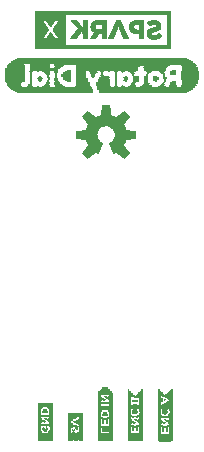
<source format=gbo>
G75*
%MOIN*%
%OFA0B0*%
%FSLAX25Y25*%
%IPPOS*%
%LPD*%
%AMOC8*
5,1,8,0,0,1.08239X$1,22.5*
%
%ADD10R,0.56496X0.00315*%
%ADD11R,0.58150X0.00276*%
%ADD12R,0.59252X0.00236*%
%ADD13R,0.60354X0.00276*%
%ADD14R,0.60906X0.00315*%
%ADD15R,0.61457X0.00236*%
%ADD16R,0.47126X0.00276*%
%ADD17R,0.07441X0.00276*%
%ADD18R,0.05512X0.00276*%
%ADD19R,0.06890X0.00276*%
%ADD20R,0.05236X0.00315*%
%ADD21R,0.31142X0.00315*%
%ADD22R,0.03307X0.00315*%
%ADD23R,0.06614X0.00315*%
%ADD24R,0.05787X0.00315*%
%ADD25R,0.04961X0.00276*%
%ADD26R,0.07992X0.00276*%
%ADD27R,0.21220X0.00276*%
%ADD28R,0.02756X0.00276*%
%ADD29R,0.06614X0.00276*%
%ADD30R,0.05787X0.00276*%
%ADD31R,0.05236X0.00236*%
%ADD32R,0.07717X0.00236*%
%ADD33R,0.20945X0.00236*%
%ADD34R,0.02205X0.00236*%
%ADD35R,0.06614X0.00236*%
%ADD36R,0.06063X0.00236*%
%ADD37R,0.07441X0.00315*%
%ADD38R,0.20945X0.00315*%
%ADD39R,0.01929X0.00315*%
%ADD40R,0.06890X0.00315*%
%ADD41R,0.06063X0.00315*%
%ADD42R,0.20945X0.00276*%
%ADD43R,0.09921X0.00276*%
%ADD44R,0.06339X0.00276*%
%ADD45R,0.07165X0.00276*%
%ADD46R,0.09646X0.00276*%
%ADD47R,0.05512X0.00236*%
%ADD48R,0.01654X0.00236*%
%ADD49R,0.07165X0.00236*%
%ADD50R,0.09646X0.00236*%
%ADD51R,0.06339X0.00236*%
%ADD52R,0.02480X0.00315*%
%ADD53R,0.01102X0.00315*%
%ADD54R,0.01378X0.00315*%
%ADD55R,0.00827X0.00315*%
%ADD56R,0.02756X0.00315*%
%ADD57R,0.03583X0.00315*%
%ADD58R,0.02205X0.00315*%
%ADD59R,0.01929X0.00276*%
%ADD60R,0.01378X0.00276*%
%ADD61R,0.01654X0.00276*%
%ADD62R,0.00276X0.00276*%
%ADD63R,0.00827X0.00276*%
%ADD64R,0.00551X0.00276*%
%ADD65R,0.02480X0.00276*%
%ADD66R,0.03031X0.00276*%
%ADD67R,0.01102X0.00276*%
%ADD68R,0.02205X0.00276*%
%ADD69R,0.03307X0.00276*%
%ADD70R,0.03583X0.00276*%
%ADD71R,0.01654X0.00315*%
%ADD72R,0.00551X0.00315*%
%ADD73R,0.03858X0.00276*%
%ADD74R,0.04134X0.00276*%
%ADD75R,0.04409X0.00276*%
%ADD76R,0.05236X0.00276*%
%ADD77R,0.01929X0.00236*%
%ADD78R,0.00827X0.00236*%
%ADD79R,0.01378X0.00236*%
%ADD80R,0.04685X0.00236*%
%ADD81R,0.01102X0.00236*%
%ADD82R,0.04961X0.00236*%
%ADD83R,0.04685X0.00276*%
%ADD84R,0.02480X0.00236*%
%ADD85R,0.03858X0.00236*%
%ADD86R,0.03583X0.00236*%
%ADD87R,0.02756X0.00236*%
%ADD88R,0.32795X0.00276*%
%ADD89R,0.27283X0.00276*%
%ADD90R,0.32244X0.00236*%
%ADD91R,0.27283X0.00236*%
%ADD92R,0.31969X0.00276*%
%ADD93R,0.27008X0.00276*%
%ADD94R,0.31693X0.00276*%
%ADD95R,0.30866X0.00236*%
%ADD96R,0.26457X0.00236*%
%ADD97R,0.30315X0.00276*%
%ADD98R,0.26181X0.00276*%
%ADD99R,0.29488X0.00276*%
%ADD100R,0.25354X0.00276*%
%ADD101C,0.00039*%
%ADD102C,0.00300*%
%ADD103R,0.00118X0.12638*%
%ADD104R,0.00079X0.12638*%
%ADD105R,0.00157X0.12638*%
%ADD106R,0.00118X0.03661*%
%ADD107R,0.00118X0.08268*%
%ADD108R,0.00157X0.03307*%
%ADD109R,0.00157X0.00827*%
%ADD110R,0.00157X0.01299*%
%ADD111R,0.00157X0.00472*%
%ADD112R,0.00157X0.02362*%
%ADD113R,0.00118X0.03071*%
%ADD114R,0.00118X0.00709*%
%ADD115R,0.00118X0.01299*%
%ADD116R,0.00118X0.00354*%
%ADD117R,0.00118X0.02126*%
%ADD118R,0.00118X0.02953*%
%ADD119R,0.00118X0.00591*%
%ADD120R,0.00118X0.01181*%
%ADD121R,0.00118X0.01890*%
%ADD122R,0.00118X0.02835*%
%ADD123R,0.00118X0.00472*%
%ADD124R,0.00118X0.01063*%
%ADD125R,0.00118X0.01772*%
%ADD126R,0.00157X0.02717*%
%ADD127R,0.00157X0.00945*%
%ADD128R,0.00157X0.00354*%
%ADD129R,0.00157X0.01654*%
%ADD130R,0.00118X0.02598*%
%ADD131R,0.00118X0.00945*%
%ADD132R,0.00118X0.01535*%
%ADD133R,0.00118X0.00827*%
%ADD134R,0.00118X0.02480*%
%ADD135R,0.00118X0.01417*%
%ADD136R,0.00157X0.02480*%
%ADD137R,0.00157X0.02244*%
%ADD138R,0.00157X0.00591*%
%ADD139R,0.00157X0.01063*%
%ADD140R,0.00157X0.01417*%
%ADD141R,0.00118X0.02362*%
%ADD142R,0.00157X0.00118*%
%ADD143R,0.00157X0.00236*%
%ADD144R,0.00157X0.01181*%
%ADD145R,0.00118X0.00236*%
%ADD146R,0.00118X0.02008*%
%ADD147R,0.00157X0.03189*%
%ADD148R,0.00157X0.00709*%
%ADD149R,0.00157X0.02126*%
%ADD150R,0.00118X0.03425*%
%ADD151R,0.00118X0.09094*%
%ADD152R,0.00079X0.09094*%
%ADD153R,0.00157X0.09094*%
%ADD154R,0.00157X0.01772*%
%ADD155R,0.00157X0.02598*%
%ADD156R,0.00118X0.01654*%
%ADD157R,0.00157X0.01890*%
%ADD158R,0.00118X0.00118*%
%ADD159R,0.00157X0.03661*%
%ADD160R,0.00118X0.02717*%
%ADD161R,0.00118X0.02244*%
%ADD162R,0.00118X0.16063*%
%ADD163R,0.00118X0.16181*%
%ADD164R,0.00079X0.16417*%
%ADD165R,0.00157X0.16535*%
%ADD166R,0.00118X0.16654*%
%ADD167R,0.00118X0.16772*%
%ADD168R,0.00079X0.16890*%
%ADD169R,0.00118X0.17008*%
%ADD170R,0.00157X0.02008*%
%ADD171R,0.00118X0.16890*%
%ADD172R,0.00118X0.16535*%
%ADD173R,0.00118X0.16417*%
%ADD174R,0.00118X0.17126*%
%ADD175R,0.00157X0.16772*%
%ADD176R,0.00118X0.09567*%
%ADD177R,0.00118X0.06378*%
%ADD178R,0.00157X0.03071*%
%ADD179R,0.00118X0.03189*%
%ADD180R,0.00118X0.03307*%
%ADD181R,0.00118X0.17598*%
%ADD182R,0.00118X0.17480*%
%ADD183R,0.00079X0.17362*%
%ADD184R,0.00157X0.17244*%
%ADD185R,0.00118X0.06850*%
%ADD186R,0.00157X0.02953*%
%ADD187R,0.00157X0.02835*%
%ADD188R,0.00157X0.03780*%
%ADD189R,0.00118X0.03898*%
%ADD190R,0.00118X0.03780*%
%ADD191R,0.00118X0.03543*%
%ADD192R,0.00157X0.03425*%
%ADD193R,0.00157X0.01535*%
%ADD194R,0.00118X0.17244*%
%ADD195R,0.00118X0.17362*%
D10*
X0228794Y0191262D03*
D11*
X0228794Y0190967D03*
D12*
X0228794Y0190711D03*
D13*
X0228794Y0190455D03*
D14*
X0228794Y0190159D03*
D15*
X0228794Y0189884D03*
D16*
X0236235Y0189628D03*
X0236511Y0189352D03*
D17*
X0246432Y0187935D03*
X0208125Y0189628D03*
D18*
X0200546Y0189628D03*
X0200270Y0189352D03*
X0199444Y0183526D03*
X0258144Y0183526D03*
X0258144Y0183801D03*
X0258144Y0184077D03*
X0258144Y0187659D03*
X0258144Y0187935D03*
D19*
X0208125Y0189352D03*
D20*
X0257731Y0189057D03*
X0258007Y0188230D03*
D21*
X0235684Y0189057D03*
D22*
X0229759Y0185199D03*
X0214601Y0189057D03*
D23*
X0207987Y0189057D03*
X0199719Y0187128D03*
X0199719Y0185199D03*
D24*
X0200133Y0189057D03*
X0258282Y0187128D03*
X0258282Y0185199D03*
D25*
X0257869Y0182699D03*
X0257869Y0188762D03*
X0222593Y0182423D03*
X0199444Y0183250D03*
D26*
X0246707Y0188762D03*
D27*
X0230723Y0188762D03*
D28*
X0217081Y0186557D03*
X0217081Y0186281D03*
X0217081Y0184904D03*
X0217081Y0184628D03*
X0214326Y0182423D03*
X0214326Y0188762D03*
D29*
X0207987Y0188762D03*
X0199719Y0186833D03*
X0199719Y0186557D03*
X0199719Y0186281D03*
X0199719Y0186006D03*
X0199719Y0185730D03*
X0199719Y0185455D03*
X0199719Y0184904D03*
X0199719Y0184628D03*
X0199719Y0184352D03*
D30*
X0200133Y0188762D03*
X0258282Y0186833D03*
X0258282Y0186557D03*
X0258282Y0186281D03*
X0258282Y0186006D03*
X0258282Y0185730D03*
X0258282Y0185455D03*
X0258282Y0184904D03*
X0258282Y0184628D03*
X0258282Y0184352D03*
D31*
X0258007Y0182994D03*
X0258007Y0188506D03*
X0222455Y0182167D03*
D32*
X0246570Y0188506D03*
D33*
X0230585Y0188506D03*
X0230585Y0187404D03*
D34*
X0214050Y0188506D03*
D35*
X0207987Y0188506D03*
D36*
X0199995Y0188506D03*
D37*
X0246432Y0188230D03*
D38*
X0230585Y0188230D03*
D39*
X0240093Y0185199D03*
X0244503Y0187128D03*
X0248637Y0187128D03*
X0252495Y0187128D03*
X0213912Y0188230D03*
D40*
X0208125Y0188230D03*
D41*
X0199995Y0188230D03*
D42*
X0230585Y0187935D03*
X0230585Y0187659D03*
D43*
X0209640Y0187935D03*
D44*
X0199857Y0187935D03*
X0199857Y0187659D03*
X0199857Y0184077D03*
X0199857Y0183801D03*
D45*
X0246294Y0187659D03*
D46*
X0209503Y0187659D03*
D47*
X0258144Y0187404D03*
D48*
X0252633Y0187404D03*
X0217633Y0187404D03*
D49*
X0246294Y0187404D03*
D50*
X0209503Y0187404D03*
D51*
X0199857Y0187404D03*
D52*
X0238715Y0187128D03*
D53*
X0235822Y0187128D03*
X0228932Y0187128D03*
X0213499Y0187128D03*
X0205231Y0187128D03*
D54*
X0208125Y0185199D03*
X0233479Y0187128D03*
X0236511Y0185199D03*
X0243400Y0185199D03*
D55*
X0249739Y0185199D03*
X0233479Y0185199D03*
X0231274Y0187128D03*
X0213361Y0185199D03*
X0210881Y0185199D03*
X0207298Y0187128D03*
X0205093Y0185199D03*
D56*
X0210192Y0187128D03*
X0217081Y0185199D03*
X0225900Y0187128D03*
D57*
X0221904Y0187128D03*
X0221904Y0185199D03*
D58*
X0217357Y0187128D03*
D59*
X0213912Y0183250D03*
X0210329Y0182423D03*
X0208125Y0184628D03*
X0210329Y0186833D03*
X0238991Y0182423D03*
X0240093Y0183801D03*
X0240093Y0184077D03*
X0240093Y0184352D03*
X0240093Y0184628D03*
X0240093Y0184904D03*
X0240093Y0185455D03*
X0246707Y0184904D03*
X0246707Y0184628D03*
X0246707Y0184352D03*
X0252495Y0183250D03*
X0252495Y0182699D03*
X0252495Y0186006D03*
X0252495Y0186281D03*
X0252495Y0186557D03*
X0252495Y0186833D03*
D60*
X0248912Y0186833D03*
X0243400Y0185455D03*
X0243400Y0184904D03*
X0243400Y0184628D03*
X0243400Y0184352D03*
X0243400Y0184077D03*
X0243400Y0183801D03*
X0243400Y0183526D03*
X0238991Y0186557D03*
X0236511Y0184077D03*
X0229070Y0185455D03*
X0213637Y0183801D03*
X0210605Y0182699D03*
X0208125Y0184077D03*
X0210605Y0186557D03*
X0248912Y0182423D03*
D61*
X0246570Y0184077D03*
X0243538Y0183250D03*
X0244365Y0186833D03*
X0238853Y0186833D03*
X0236648Y0184904D03*
X0236648Y0184628D03*
X0236648Y0184352D03*
X0239129Y0182699D03*
X0252633Y0183526D03*
X0252633Y0183801D03*
X0225900Y0186006D03*
X0225900Y0186281D03*
X0213774Y0183526D03*
X0207987Y0184352D03*
X0207987Y0184904D03*
D62*
X0225763Y0184904D03*
X0229070Y0186557D03*
X0235684Y0186833D03*
X0235684Y0182423D03*
D63*
X0233479Y0182423D03*
X0233479Y0182699D03*
X0233479Y0183250D03*
X0233479Y0183526D03*
X0233479Y0183801D03*
X0233479Y0184077D03*
X0233479Y0184352D03*
X0233479Y0184628D03*
X0233479Y0184904D03*
X0233479Y0185455D03*
X0233479Y0185730D03*
X0233479Y0186006D03*
X0233479Y0186281D03*
X0233479Y0186557D03*
X0233479Y0186833D03*
X0239266Y0186006D03*
X0239266Y0185730D03*
X0243952Y0186006D03*
X0244227Y0186281D03*
X0244227Y0186557D03*
X0246707Y0183801D03*
X0249463Y0183526D03*
X0249463Y0183250D03*
X0249739Y0183801D03*
X0249739Y0184077D03*
X0249739Y0184352D03*
X0249463Y0185730D03*
X0249463Y0186006D03*
X0249188Y0186281D03*
X0213361Y0186281D03*
X0213361Y0186006D03*
X0213361Y0185730D03*
X0213361Y0185455D03*
X0213361Y0184904D03*
X0213361Y0186557D03*
X0210881Y0185730D03*
X0210881Y0185455D03*
X0210881Y0184077D03*
X0210881Y0183801D03*
X0210881Y0183526D03*
X0205093Y0183526D03*
X0205093Y0183801D03*
X0205093Y0184077D03*
X0205093Y0184352D03*
X0205093Y0184628D03*
X0205093Y0184904D03*
X0205093Y0185455D03*
X0205093Y0185730D03*
X0205093Y0186006D03*
X0205093Y0186281D03*
X0205093Y0186557D03*
X0205093Y0186833D03*
X0205093Y0183250D03*
D64*
X0207987Y0183801D03*
X0207987Y0185455D03*
X0211018Y0184904D03*
X0211018Y0184628D03*
X0211018Y0184352D03*
X0228932Y0186006D03*
X0228932Y0186281D03*
X0228932Y0186833D03*
X0236648Y0185455D03*
X0236648Y0183801D03*
X0243814Y0185730D03*
X0249601Y0185455D03*
D65*
X0252495Y0182423D03*
X0226038Y0186833D03*
X0217219Y0186833D03*
X0217219Y0184352D03*
X0214188Y0182699D03*
D66*
X0216944Y0185455D03*
X0216944Y0185730D03*
X0216944Y0186006D03*
X0221629Y0186281D03*
X0221629Y0186557D03*
X0221629Y0186833D03*
X0243676Y0182423D03*
D67*
X0246570Y0185455D03*
X0249050Y0186557D03*
X0249877Y0184904D03*
X0249877Y0184628D03*
X0249050Y0182699D03*
X0239404Y0183250D03*
X0239404Y0183526D03*
X0239129Y0186281D03*
X0230585Y0185455D03*
X0228932Y0185730D03*
X0225900Y0185730D03*
X0225900Y0185455D03*
X0217633Y0183801D03*
X0213499Y0184077D03*
X0213499Y0184352D03*
X0213499Y0184628D03*
X0213499Y0186833D03*
X0210743Y0186281D03*
X0210743Y0186006D03*
X0210743Y0183250D03*
X0204955Y0182699D03*
X0204955Y0182423D03*
D68*
X0217357Y0184077D03*
X0225900Y0186557D03*
X0243538Y0182699D03*
D69*
X0221766Y0185730D03*
X0221766Y0186006D03*
D70*
X0221904Y0185455D03*
X0221904Y0184904D03*
X0229621Y0184904D03*
X0229621Y0184628D03*
D71*
X0246570Y0185199D03*
D72*
X0225900Y0185199D03*
D73*
X0229483Y0184352D03*
X0229483Y0184077D03*
X0222042Y0184352D03*
X0222042Y0184628D03*
D74*
X0222180Y0184077D03*
X0222180Y0183801D03*
X0229345Y0183801D03*
D75*
X0229207Y0183526D03*
X0229207Y0183250D03*
X0222318Y0183250D03*
X0222318Y0183526D03*
D76*
X0257731Y0182423D03*
X0258007Y0183250D03*
D77*
X0252495Y0182994D03*
X0243676Y0182994D03*
X0213912Y0182994D03*
X0204818Y0182167D03*
D78*
X0205093Y0182994D03*
X0207298Y0182167D03*
X0233479Y0182994D03*
X0249188Y0182994D03*
D79*
X0239266Y0182994D03*
X0233479Y0182167D03*
D80*
X0229345Y0182167D03*
X0229070Y0182994D03*
X0222455Y0182994D03*
X0199857Y0182167D03*
D81*
X0210743Y0182994D03*
X0235822Y0182167D03*
D82*
X0257593Y0182167D03*
X0199444Y0182994D03*
D83*
X0199581Y0182423D03*
X0199581Y0182699D03*
X0222455Y0182699D03*
X0229070Y0182699D03*
X0229070Y0182423D03*
D84*
X0238715Y0182167D03*
X0248912Y0182167D03*
X0252495Y0182167D03*
D85*
X0243538Y0182167D03*
D86*
X0214739Y0182167D03*
D87*
X0210192Y0182167D03*
D88*
X0243400Y0181872D03*
D89*
X0211432Y0181872D03*
D90*
X0243400Y0181616D03*
D91*
X0211707Y0181616D03*
D92*
X0243263Y0181321D03*
D93*
X0212121Y0181045D03*
X0211845Y0181321D03*
D94*
X0243125Y0181045D03*
D95*
X0242987Y0180789D03*
D96*
X0212396Y0180789D03*
D97*
X0242711Y0180494D03*
D98*
X0212810Y0180494D03*
D99*
X0242298Y0180219D03*
D100*
X0213223Y0180219D03*
D101*
X0216961Y0195022D02*
X0206503Y0195022D01*
X0206503Y0200644D01*
X0210277Y0200644D01*
X0208631Y0198230D01*
X0210193Y0198230D01*
X0211547Y0200301D01*
X0212911Y0198230D01*
X0214418Y0198230D01*
X0212762Y0200644D01*
X0216556Y0200644D01*
X0216556Y0196178D01*
X0216961Y0196178D01*
X0216961Y0195022D01*
X0216961Y0196178D01*
X0250346Y0196178D01*
X0250346Y0206322D01*
X0216556Y0206322D01*
X0216556Y0200644D01*
X0212762Y0200644D01*
X0212312Y0201299D01*
X0214328Y0204265D01*
X0212776Y0204265D01*
X0211507Y0202308D01*
X0210229Y0204265D01*
X0208721Y0204265D01*
X0210737Y0201317D01*
X0210277Y0200644D01*
X0206503Y0200644D01*
X0206503Y0207478D01*
X0216556Y0207478D01*
X0251503Y0207478D01*
X0251503Y0195022D01*
X0216961Y0195022D01*
X0216961Y0195038D02*
X0206503Y0195038D01*
X0206503Y0195076D02*
X0216961Y0195076D01*
X0251503Y0195076D01*
X0251503Y0195038D02*
X0216961Y0195038D01*
X0216961Y0195114D02*
X0206503Y0195114D01*
X0206503Y0195152D02*
X0216961Y0195152D01*
X0251503Y0195152D01*
X0251503Y0195114D02*
X0216961Y0195114D01*
X0216961Y0195190D02*
X0206503Y0195190D01*
X0206503Y0195228D02*
X0216961Y0195228D01*
X0251503Y0195228D01*
X0251503Y0195266D02*
X0216961Y0195266D01*
X0206503Y0195266D01*
X0206503Y0195304D02*
X0216961Y0195304D01*
X0251503Y0195304D01*
X0251503Y0195342D02*
X0216961Y0195342D01*
X0206503Y0195342D01*
X0206503Y0195379D02*
X0216961Y0195379D01*
X0251503Y0195379D01*
X0251503Y0195417D02*
X0216961Y0195417D01*
X0206503Y0195417D01*
X0206503Y0195455D02*
X0216961Y0195455D01*
X0251503Y0195455D01*
X0251503Y0195493D02*
X0216961Y0195493D01*
X0206503Y0195493D01*
X0206503Y0195531D02*
X0216961Y0195531D01*
X0251503Y0195531D01*
X0251503Y0195569D02*
X0216961Y0195569D01*
X0206503Y0195569D01*
X0206503Y0195607D02*
X0216961Y0195607D01*
X0251503Y0195607D01*
X0251503Y0195645D02*
X0216961Y0195645D01*
X0206503Y0195645D01*
X0206503Y0195682D02*
X0216961Y0195682D01*
X0251503Y0195682D01*
X0251503Y0195720D02*
X0216961Y0195720D01*
X0206503Y0195720D01*
X0206503Y0195758D02*
X0216961Y0195758D01*
X0251503Y0195758D01*
X0251503Y0195796D02*
X0216961Y0195796D01*
X0206503Y0195796D01*
X0206503Y0195834D02*
X0216961Y0195834D01*
X0251503Y0195834D01*
X0251503Y0195872D02*
X0216961Y0195872D01*
X0206503Y0195872D01*
X0206503Y0195910D02*
X0216961Y0195910D01*
X0251503Y0195910D01*
X0251503Y0195948D02*
X0216961Y0195948D01*
X0206503Y0195948D01*
X0206503Y0195986D02*
X0216961Y0195986D01*
X0251503Y0195986D01*
X0251503Y0196023D02*
X0216961Y0196023D01*
X0206503Y0196023D01*
X0206503Y0196061D02*
X0216961Y0196061D01*
X0251503Y0196061D01*
X0251503Y0196099D02*
X0216961Y0196099D01*
X0206503Y0196099D01*
X0206503Y0196137D02*
X0216961Y0196137D01*
X0251503Y0196137D01*
X0251503Y0196175D02*
X0216961Y0196175D01*
X0206503Y0196175D01*
X0206503Y0196213D02*
X0216556Y0196213D01*
X0216556Y0196251D02*
X0206503Y0196251D01*
X0206503Y0196289D02*
X0216556Y0196289D01*
X0216556Y0196326D02*
X0206503Y0196326D01*
X0206503Y0196364D02*
X0216556Y0196364D01*
X0216556Y0196402D02*
X0206503Y0196402D01*
X0206503Y0196440D02*
X0216556Y0196440D01*
X0216556Y0196478D02*
X0206503Y0196478D01*
X0206503Y0196516D02*
X0216556Y0196516D01*
X0216556Y0196554D02*
X0206503Y0196554D01*
X0206503Y0196592D02*
X0216556Y0196592D01*
X0216556Y0196630D02*
X0206503Y0196630D01*
X0206503Y0196667D02*
X0216556Y0196667D01*
X0216556Y0196705D02*
X0206503Y0196705D01*
X0206503Y0196743D02*
X0216556Y0196743D01*
X0216556Y0196781D02*
X0206503Y0196781D01*
X0206503Y0196819D02*
X0216556Y0196819D01*
X0216556Y0196857D02*
X0206503Y0196857D01*
X0206503Y0196895D02*
X0216556Y0196895D01*
X0216556Y0196933D02*
X0206503Y0196933D01*
X0206503Y0196970D02*
X0216556Y0196970D01*
X0216556Y0197008D02*
X0206503Y0197008D01*
X0206503Y0197046D02*
X0216556Y0197046D01*
X0216556Y0197084D02*
X0206503Y0197084D01*
X0206503Y0197122D02*
X0216556Y0197122D01*
X0216556Y0197160D02*
X0206503Y0197160D01*
X0206503Y0197198D02*
X0216556Y0197198D01*
X0216556Y0197236D02*
X0206503Y0197236D01*
X0206503Y0197273D02*
X0216556Y0197273D01*
X0216556Y0197311D02*
X0206503Y0197311D01*
X0206503Y0197349D02*
X0216556Y0197349D01*
X0216556Y0197387D02*
X0206503Y0197387D01*
X0206503Y0197425D02*
X0216556Y0197425D01*
X0216556Y0197463D02*
X0206503Y0197463D01*
X0206503Y0197501D02*
X0216556Y0197501D01*
X0216556Y0197539D02*
X0206503Y0197539D01*
X0206503Y0197577D02*
X0216556Y0197577D01*
X0216556Y0197614D02*
X0206503Y0197614D01*
X0206503Y0197652D02*
X0216556Y0197652D01*
X0216556Y0197690D02*
X0206503Y0197690D01*
X0206503Y0197728D02*
X0216556Y0197728D01*
X0216556Y0197766D02*
X0206503Y0197766D01*
X0206503Y0197804D02*
X0216556Y0197804D01*
X0216556Y0197842D02*
X0206503Y0197842D01*
X0206503Y0197880D02*
X0216556Y0197880D01*
X0216556Y0197917D02*
X0206503Y0197917D01*
X0206503Y0197955D02*
X0216556Y0197955D01*
X0216556Y0197993D02*
X0206503Y0197993D01*
X0206503Y0198031D02*
X0216556Y0198031D01*
X0216556Y0198069D02*
X0206503Y0198069D01*
X0206503Y0198107D02*
X0216556Y0198107D01*
X0216556Y0198145D02*
X0206503Y0198145D01*
X0206503Y0198183D02*
X0216556Y0198183D01*
X0216556Y0198221D02*
X0206503Y0198221D01*
X0206503Y0198258D02*
X0208650Y0198258D01*
X0208676Y0198296D02*
X0206503Y0198296D01*
X0206503Y0198334D02*
X0208702Y0198334D01*
X0208728Y0198372D02*
X0206503Y0198372D01*
X0206503Y0198410D02*
X0208754Y0198410D01*
X0208779Y0198448D02*
X0206503Y0198448D01*
X0206503Y0198486D02*
X0208805Y0198486D01*
X0208831Y0198524D02*
X0206503Y0198524D01*
X0206503Y0198561D02*
X0208857Y0198561D01*
X0208883Y0198599D02*
X0206503Y0198599D01*
X0206503Y0198637D02*
X0208909Y0198637D01*
X0208934Y0198675D02*
X0206503Y0198675D01*
X0206503Y0198713D02*
X0208960Y0198713D01*
X0208986Y0198751D02*
X0206503Y0198751D01*
X0206503Y0198789D02*
X0209012Y0198789D01*
X0209038Y0198827D02*
X0206503Y0198827D01*
X0206503Y0198865D02*
X0209064Y0198865D01*
X0209090Y0198902D02*
X0206503Y0198902D01*
X0206503Y0198940D02*
X0209115Y0198940D01*
X0209141Y0198978D02*
X0206503Y0198978D01*
X0206503Y0199016D02*
X0209167Y0199016D01*
X0209193Y0199054D02*
X0206503Y0199054D01*
X0206503Y0199092D02*
X0209219Y0199092D01*
X0209245Y0199130D02*
X0206503Y0199130D01*
X0206503Y0199168D02*
X0209270Y0199168D01*
X0209296Y0199205D02*
X0206503Y0199205D01*
X0206503Y0199243D02*
X0209322Y0199243D01*
X0209348Y0199281D02*
X0206503Y0199281D01*
X0206503Y0199319D02*
X0209374Y0199319D01*
X0209400Y0199357D02*
X0206503Y0199357D01*
X0206503Y0199395D02*
X0209425Y0199395D01*
X0209451Y0199433D02*
X0206503Y0199433D01*
X0206503Y0199471D02*
X0209477Y0199471D01*
X0209503Y0199508D02*
X0206503Y0199508D01*
X0206503Y0199546D02*
X0209529Y0199546D01*
X0209555Y0199584D02*
X0206503Y0199584D01*
X0206503Y0199622D02*
X0209580Y0199622D01*
X0209606Y0199660D02*
X0206503Y0199660D01*
X0206503Y0199698D02*
X0209632Y0199698D01*
X0209658Y0199736D02*
X0206503Y0199736D01*
X0206503Y0199774D02*
X0209684Y0199774D01*
X0209710Y0199812D02*
X0206503Y0199812D01*
X0206503Y0199849D02*
X0209736Y0199849D01*
X0209761Y0199887D02*
X0206503Y0199887D01*
X0206503Y0199925D02*
X0209787Y0199925D01*
X0209813Y0199963D02*
X0206503Y0199963D01*
X0206503Y0200001D02*
X0209839Y0200001D01*
X0209865Y0200039D02*
X0206503Y0200039D01*
X0206503Y0200077D02*
X0209891Y0200077D01*
X0209916Y0200115D02*
X0206503Y0200115D01*
X0206503Y0200152D02*
X0209942Y0200152D01*
X0209968Y0200190D02*
X0206503Y0200190D01*
X0206503Y0200228D02*
X0209994Y0200228D01*
X0210020Y0200266D02*
X0206503Y0200266D01*
X0206503Y0200304D02*
X0210046Y0200304D01*
X0210071Y0200342D02*
X0206503Y0200342D01*
X0206503Y0200380D02*
X0210097Y0200380D01*
X0210123Y0200418D02*
X0206503Y0200418D01*
X0206503Y0200456D02*
X0210149Y0200456D01*
X0210175Y0200493D02*
X0206503Y0200493D01*
X0206503Y0200531D02*
X0210201Y0200531D01*
X0210226Y0200569D02*
X0206503Y0200569D01*
X0206503Y0200607D02*
X0210252Y0200607D01*
X0210278Y0200645D02*
X0206503Y0200645D01*
X0206503Y0200683D02*
X0210304Y0200683D01*
X0210330Y0200721D02*
X0206503Y0200721D01*
X0206503Y0200759D02*
X0210356Y0200759D01*
X0210382Y0200796D02*
X0206503Y0200796D01*
X0206503Y0200834D02*
X0210407Y0200834D01*
X0210433Y0200872D02*
X0206503Y0200872D01*
X0206503Y0200910D02*
X0210459Y0200910D01*
X0210485Y0200948D02*
X0206503Y0200948D01*
X0206503Y0200986D02*
X0210511Y0200986D01*
X0210537Y0201024D02*
X0206503Y0201024D01*
X0206503Y0201062D02*
X0210563Y0201062D01*
X0210588Y0201100D02*
X0206503Y0201100D01*
X0206503Y0201137D02*
X0210614Y0201137D01*
X0210640Y0201175D02*
X0206503Y0201175D01*
X0206503Y0201213D02*
X0210666Y0201213D01*
X0210692Y0201251D02*
X0206503Y0201251D01*
X0206503Y0201289D02*
X0210718Y0201289D01*
X0210731Y0201327D02*
X0206503Y0201327D01*
X0206503Y0201365D02*
X0210705Y0201365D01*
X0210679Y0201403D02*
X0206503Y0201403D01*
X0206503Y0201440D02*
X0210653Y0201440D01*
X0210627Y0201478D02*
X0206503Y0201478D01*
X0206503Y0201516D02*
X0210601Y0201516D01*
X0210575Y0201554D02*
X0206503Y0201554D01*
X0206503Y0201592D02*
X0210549Y0201592D01*
X0210524Y0201630D02*
X0206503Y0201630D01*
X0206503Y0201668D02*
X0210498Y0201668D01*
X0210472Y0201706D02*
X0206503Y0201706D01*
X0206503Y0201743D02*
X0210446Y0201743D01*
X0210420Y0201781D02*
X0206503Y0201781D01*
X0206503Y0201819D02*
X0210394Y0201819D01*
X0210368Y0201857D02*
X0206503Y0201857D01*
X0206503Y0201895D02*
X0210342Y0201895D01*
X0210316Y0201933D02*
X0206503Y0201933D01*
X0206503Y0201971D02*
X0210290Y0201971D01*
X0210264Y0202009D02*
X0206503Y0202009D01*
X0206503Y0202047D02*
X0210239Y0202047D01*
X0210213Y0202084D02*
X0206503Y0202084D01*
X0206503Y0202122D02*
X0210187Y0202122D01*
X0210161Y0202160D02*
X0206503Y0202160D01*
X0206503Y0202198D02*
X0210135Y0202198D01*
X0210109Y0202236D02*
X0206503Y0202236D01*
X0206503Y0202274D02*
X0210083Y0202274D01*
X0210057Y0202312D02*
X0206503Y0202312D01*
X0206503Y0202350D02*
X0210031Y0202350D01*
X0210005Y0202387D02*
X0206503Y0202387D01*
X0206503Y0202425D02*
X0209979Y0202425D01*
X0209954Y0202463D02*
X0206503Y0202463D01*
X0206503Y0202501D02*
X0209928Y0202501D01*
X0209902Y0202539D02*
X0206503Y0202539D01*
X0206503Y0202577D02*
X0209876Y0202577D01*
X0209850Y0202615D02*
X0206503Y0202615D01*
X0206503Y0202653D02*
X0209824Y0202653D01*
X0209798Y0202691D02*
X0206503Y0202691D01*
X0206503Y0202728D02*
X0209772Y0202728D01*
X0209746Y0202766D02*
X0206503Y0202766D01*
X0206503Y0202804D02*
X0209720Y0202804D01*
X0209694Y0202842D02*
X0206503Y0202842D01*
X0206503Y0202880D02*
X0209669Y0202880D01*
X0209643Y0202918D02*
X0206503Y0202918D01*
X0206503Y0202956D02*
X0209617Y0202956D01*
X0209591Y0202994D02*
X0206503Y0202994D01*
X0206503Y0203031D02*
X0209565Y0203031D01*
X0209539Y0203069D02*
X0206503Y0203069D01*
X0206503Y0203107D02*
X0209513Y0203107D01*
X0209487Y0203145D02*
X0206503Y0203145D01*
X0206503Y0203183D02*
X0209461Y0203183D01*
X0209435Y0203221D02*
X0206503Y0203221D01*
X0206503Y0203259D02*
X0209409Y0203259D01*
X0209384Y0203297D02*
X0206503Y0203297D01*
X0206503Y0203335D02*
X0209358Y0203335D01*
X0209332Y0203372D02*
X0206503Y0203372D01*
X0206503Y0203410D02*
X0209306Y0203410D01*
X0209280Y0203448D02*
X0206503Y0203448D01*
X0206503Y0203486D02*
X0209254Y0203486D01*
X0209228Y0203524D02*
X0206503Y0203524D01*
X0206503Y0203562D02*
X0209202Y0203562D01*
X0209176Y0203600D02*
X0206503Y0203600D01*
X0206503Y0203638D02*
X0209150Y0203638D01*
X0209124Y0203675D02*
X0206503Y0203675D01*
X0206503Y0203713D02*
X0209099Y0203713D01*
X0209073Y0203751D02*
X0206503Y0203751D01*
X0206503Y0203789D02*
X0209047Y0203789D01*
X0209021Y0203827D02*
X0206503Y0203827D01*
X0206503Y0203865D02*
X0208995Y0203865D01*
X0208969Y0203903D02*
X0206503Y0203903D01*
X0206503Y0203941D02*
X0208943Y0203941D01*
X0208917Y0203978D02*
X0206503Y0203978D01*
X0206503Y0204016D02*
X0208891Y0204016D01*
X0208865Y0204054D02*
X0206503Y0204054D01*
X0206503Y0204092D02*
X0208839Y0204092D01*
X0208813Y0204130D02*
X0206503Y0204130D01*
X0206503Y0204168D02*
X0208788Y0204168D01*
X0208762Y0204206D02*
X0206503Y0204206D01*
X0206503Y0204244D02*
X0208736Y0204244D01*
X0210243Y0204244D02*
X0212762Y0204244D01*
X0212737Y0204206D02*
X0210267Y0204206D01*
X0210292Y0204168D02*
X0212713Y0204168D01*
X0212688Y0204130D02*
X0210317Y0204130D01*
X0210342Y0204092D02*
X0212664Y0204092D01*
X0212639Y0204054D02*
X0210366Y0204054D01*
X0210391Y0204016D02*
X0212615Y0204016D01*
X0212590Y0203978D02*
X0210416Y0203978D01*
X0210440Y0203941D02*
X0212565Y0203941D01*
X0212541Y0203903D02*
X0210465Y0203903D01*
X0210490Y0203865D02*
X0212516Y0203865D01*
X0212492Y0203827D02*
X0210515Y0203827D01*
X0210539Y0203789D02*
X0212467Y0203789D01*
X0212443Y0203751D02*
X0210564Y0203751D01*
X0210589Y0203713D02*
X0212418Y0203713D01*
X0212393Y0203675D02*
X0210614Y0203675D01*
X0210638Y0203638D02*
X0212369Y0203638D01*
X0212344Y0203600D02*
X0210663Y0203600D01*
X0210688Y0203562D02*
X0212320Y0203562D01*
X0212295Y0203524D02*
X0210713Y0203524D01*
X0210737Y0203486D02*
X0212271Y0203486D01*
X0212246Y0203448D02*
X0210762Y0203448D01*
X0210787Y0203410D02*
X0212222Y0203410D01*
X0212197Y0203372D02*
X0210811Y0203372D01*
X0210836Y0203335D02*
X0212172Y0203335D01*
X0212148Y0203297D02*
X0210861Y0203297D01*
X0210886Y0203259D02*
X0212123Y0203259D01*
X0212099Y0203221D02*
X0210910Y0203221D01*
X0210935Y0203183D02*
X0212074Y0203183D01*
X0212050Y0203145D02*
X0210960Y0203145D01*
X0210985Y0203107D02*
X0212025Y0203107D01*
X0212001Y0203069D02*
X0211009Y0203069D01*
X0211034Y0203031D02*
X0211976Y0203031D01*
X0211951Y0202994D02*
X0211059Y0202994D01*
X0211084Y0202956D02*
X0211927Y0202956D01*
X0211902Y0202918D02*
X0211108Y0202918D01*
X0211133Y0202880D02*
X0211878Y0202880D01*
X0211853Y0202842D02*
X0211158Y0202842D01*
X0211182Y0202804D02*
X0211829Y0202804D01*
X0211804Y0202766D02*
X0211207Y0202766D01*
X0211232Y0202728D02*
X0211780Y0202728D01*
X0211755Y0202691D02*
X0211257Y0202691D01*
X0211281Y0202653D02*
X0211730Y0202653D01*
X0211706Y0202615D02*
X0211306Y0202615D01*
X0211331Y0202577D02*
X0211681Y0202577D01*
X0211657Y0202539D02*
X0211356Y0202539D01*
X0211380Y0202501D02*
X0211632Y0202501D01*
X0211608Y0202463D02*
X0211405Y0202463D01*
X0211430Y0202425D02*
X0211583Y0202425D01*
X0211559Y0202387D02*
X0211454Y0202387D01*
X0211479Y0202350D02*
X0211534Y0202350D01*
X0211509Y0202312D02*
X0211504Y0202312D01*
X0212537Y0201630D02*
X0216556Y0201630D01*
X0216556Y0201668D02*
X0212563Y0201668D01*
X0212588Y0201706D02*
X0216556Y0201706D01*
X0216556Y0201743D02*
X0212614Y0201743D01*
X0212640Y0201781D02*
X0216556Y0201781D01*
X0216556Y0201819D02*
X0212666Y0201819D01*
X0212691Y0201857D02*
X0216556Y0201857D01*
X0216556Y0201895D02*
X0212717Y0201895D01*
X0212743Y0201933D02*
X0216556Y0201933D01*
X0216556Y0201971D02*
X0212769Y0201971D01*
X0212794Y0202009D02*
X0216556Y0202009D01*
X0216556Y0202047D02*
X0212820Y0202047D01*
X0212846Y0202084D02*
X0216556Y0202084D01*
X0216556Y0202122D02*
X0212872Y0202122D01*
X0212897Y0202160D02*
X0216556Y0202160D01*
X0216556Y0202198D02*
X0212923Y0202198D01*
X0212949Y0202236D02*
X0216556Y0202236D01*
X0216556Y0202274D02*
X0212975Y0202274D01*
X0213000Y0202312D02*
X0216556Y0202312D01*
X0216556Y0202350D02*
X0213026Y0202350D01*
X0213052Y0202387D02*
X0216556Y0202387D01*
X0216556Y0202425D02*
X0213078Y0202425D01*
X0213103Y0202463D02*
X0216556Y0202463D01*
X0216556Y0202501D02*
X0213129Y0202501D01*
X0213155Y0202539D02*
X0216556Y0202539D01*
X0216556Y0202577D02*
X0213181Y0202577D01*
X0213206Y0202615D02*
X0216556Y0202615D01*
X0216556Y0202653D02*
X0213232Y0202653D01*
X0213258Y0202691D02*
X0216556Y0202691D01*
X0216556Y0202728D02*
X0213284Y0202728D01*
X0213309Y0202766D02*
X0216556Y0202766D01*
X0216556Y0202804D02*
X0213335Y0202804D01*
X0213361Y0202842D02*
X0216556Y0202842D01*
X0216556Y0202880D02*
X0213387Y0202880D01*
X0213412Y0202918D02*
X0216556Y0202918D01*
X0216556Y0202956D02*
X0213438Y0202956D01*
X0213464Y0202994D02*
X0216556Y0202994D01*
X0216556Y0203031D02*
X0213490Y0203031D01*
X0213515Y0203069D02*
X0216556Y0203069D01*
X0216556Y0203107D02*
X0213541Y0203107D01*
X0213567Y0203145D02*
X0216556Y0203145D01*
X0216556Y0203183D02*
X0213593Y0203183D01*
X0213618Y0203221D02*
X0216556Y0203221D01*
X0216556Y0203259D02*
X0213644Y0203259D01*
X0213670Y0203297D02*
X0216556Y0203297D01*
X0216556Y0203335D02*
X0213696Y0203335D01*
X0213721Y0203372D02*
X0216556Y0203372D01*
X0216556Y0203410D02*
X0213747Y0203410D01*
X0213773Y0203448D02*
X0216556Y0203448D01*
X0216556Y0203486D02*
X0213799Y0203486D01*
X0213824Y0203524D02*
X0216556Y0203524D01*
X0216556Y0203562D02*
X0213850Y0203562D01*
X0213876Y0203600D02*
X0216556Y0203600D01*
X0216556Y0203638D02*
X0213902Y0203638D01*
X0213927Y0203675D02*
X0216556Y0203675D01*
X0216556Y0203713D02*
X0213953Y0203713D01*
X0213979Y0203751D02*
X0216556Y0203751D01*
X0216556Y0203789D02*
X0214005Y0203789D01*
X0214030Y0203827D02*
X0216556Y0203827D01*
X0216556Y0203865D02*
X0214056Y0203865D01*
X0214082Y0203903D02*
X0216556Y0203903D01*
X0216556Y0203941D02*
X0214108Y0203941D01*
X0214133Y0203978D02*
X0216556Y0203978D01*
X0216556Y0204016D02*
X0214159Y0204016D01*
X0214185Y0204054D02*
X0216556Y0204054D01*
X0216556Y0204092D02*
X0214211Y0204092D01*
X0214236Y0204130D02*
X0216556Y0204130D01*
X0216556Y0204168D02*
X0214262Y0204168D01*
X0214288Y0204206D02*
X0216556Y0204206D01*
X0216556Y0204244D02*
X0214314Y0204244D01*
X0216556Y0204282D02*
X0206503Y0204282D01*
X0206503Y0204319D02*
X0216556Y0204319D01*
X0216556Y0204357D02*
X0206503Y0204357D01*
X0206503Y0204395D02*
X0216556Y0204395D01*
X0216556Y0204433D02*
X0206503Y0204433D01*
X0206503Y0204471D02*
X0216556Y0204471D01*
X0216556Y0204509D02*
X0206503Y0204509D01*
X0206503Y0204547D02*
X0216556Y0204547D01*
X0216556Y0204585D02*
X0206503Y0204585D01*
X0206503Y0204622D02*
X0216556Y0204622D01*
X0216556Y0204660D02*
X0206503Y0204660D01*
X0206503Y0204698D02*
X0216556Y0204698D01*
X0216556Y0204736D02*
X0206503Y0204736D01*
X0206503Y0204774D02*
X0216556Y0204774D01*
X0216556Y0204812D02*
X0206503Y0204812D01*
X0206503Y0204850D02*
X0216556Y0204850D01*
X0216556Y0204888D02*
X0206503Y0204888D01*
X0206503Y0204926D02*
X0216556Y0204926D01*
X0216556Y0204963D02*
X0206503Y0204963D01*
X0206503Y0205001D02*
X0216556Y0205001D01*
X0216556Y0205039D02*
X0206503Y0205039D01*
X0206503Y0205077D02*
X0216556Y0205077D01*
X0216556Y0205115D02*
X0206503Y0205115D01*
X0206503Y0205153D02*
X0216556Y0205153D01*
X0216556Y0205191D02*
X0206503Y0205191D01*
X0206503Y0205229D02*
X0216556Y0205229D01*
X0216556Y0205266D02*
X0206503Y0205266D01*
X0206503Y0205304D02*
X0216556Y0205304D01*
X0216556Y0205342D02*
X0206503Y0205342D01*
X0206503Y0205380D02*
X0216556Y0205380D01*
X0216556Y0205418D02*
X0206503Y0205418D01*
X0206503Y0205456D02*
X0216556Y0205456D01*
X0216556Y0205494D02*
X0206503Y0205494D01*
X0206503Y0205532D02*
X0216556Y0205532D01*
X0216556Y0205570D02*
X0206503Y0205570D01*
X0206503Y0205607D02*
X0216556Y0205607D01*
X0216556Y0205645D02*
X0206503Y0205645D01*
X0206503Y0205683D02*
X0216556Y0205683D01*
X0216556Y0205721D02*
X0206503Y0205721D01*
X0206503Y0205759D02*
X0216556Y0205759D01*
X0216556Y0205797D02*
X0206503Y0205797D01*
X0206503Y0205835D02*
X0216556Y0205835D01*
X0216556Y0205873D02*
X0206503Y0205873D01*
X0206503Y0205910D02*
X0216556Y0205910D01*
X0216556Y0205948D02*
X0206503Y0205948D01*
X0206503Y0205986D02*
X0216556Y0205986D01*
X0216556Y0206024D02*
X0206503Y0206024D01*
X0206503Y0206062D02*
X0216556Y0206062D01*
X0216556Y0206100D02*
X0206503Y0206100D01*
X0206503Y0206138D02*
X0216556Y0206138D01*
X0216556Y0206176D02*
X0206503Y0206176D01*
X0206503Y0206213D02*
X0216556Y0206213D01*
X0216556Y0206251D02*
X0206503Y0206251D01*
X0206503Y0206289D02*
X0216556Y0206289D01*
X0218360Y0204265D02*
X0219962Y0204265D01*
X0221388Y0202730D01*
X0219834Y0202730D01*
X0218360Y0204265D01*
X0218381Y0204244D02*
X0219982Y0204244D01*
X0220017Y0204206D02*
X0218417Y0204206D01*
X0218453Y0204168D02*
X0220052Y0204168D01*
X0220087Y0204130D02*
X0218490Y0204130D01*
X0218526Y0204092D02*
X0220123Y0204092D01*
X0220158Y0204054D02*
X0218562Y0204054D01*
X0218599Y0204016D02*
X0220193Y0204016D01*
X0220228Y0203978D02*
X0218635Y0203978D01*
X0218671Y0203941D02*
X0220263Y0203941D01*
X0220298Y0203903D02*
X0218708Y0203903D01*
X0218744Y0203865D02*
X0220334Y0203865D01*
X0220369Y0203827D02*
X0218781Y0203827D01*
X0218817Y0203789D02*
X0220404Y0203789D01*
X0220439Y0203751D02*
X0218853Y0203751D01*
X0218890Y0203713D02*
X0220474Y0203713D01*
X0220509Y0203675D02*
X0218926Y0203675D01*
X0218962Y0203638D02*
X0220545Y0203638D01*
X0220580Y0203600D02*
X0218999Y0203600D01*
X0219035Y0203562D02*
X0220615Y0203562D01*
X0220650Y0203524D02*
X0219071Y0203524D01*
X0219108Y0203486D02*
X0220685Y0203486D01*
X0220721Y0203448D02*
X0219144Y0203448D01*
X0219180Y0203410D02*
X0220756Y0203410D01*
X0220791Y0203372D02*
X0219217Y0203372D01*
X0219253Y0203335D02*
X0220826Y0203335D01*
X0220861Y0203297D02*
X0219289Y0203297D01*
X0219326Y0203259D02*
X0220896Y0203259D01*
X0220932Y0203221D02*
X0219362Y0203221D01*
X0219399Y0203183D02*
X0220967Y0203183D01*
X0221002Y0203145D02*
X0219435Y0203145D01*
X0219471Y0203107D02*
X0221037Y0203107D01*
X0221072Y0203069D02*
X0219508Y0203069D01*
X0219544Y0203031D02*
X0221107Y0203031D01*
X0221143Y0202994D02*
X0219580Y0202994D01*
X0219617Y0202956D02*
X0221178Y0202956D01*
X0221213Y0202918D02*
X0219653Y0202918D01*
X0219689Y0202880D02*
X0221248Y0202880D01*
X0221283Y0202842D02*
X0219726Y0202842D01*
X0219762Y0202804D02*
X0221318Y0202804D01*
X0221354Y0202766D02*
X0219798Y0202766D01*
X0219834Y0202730D02*
X0220817Y0201705D01*
X0218248Y0198230D01*
X0219841Y0198230D01*
X0221713Y0200800D01*
X0222410Y0200076D01*
X0222410Y0198230D01*
X0223738Y0198230D01*
X0223738Y0202730D01*
X0222410Y0202730D01*
X0222410Y0204265D01*
X0223738Y0204265D01*
X0223738Y0202730D01*
X0222410Y0202730D01*
X0222410Y0201628D01*
X0221388Y0202730D01*
X0219834Y0202730D01*
X0219835Y0202728D02*
X0221389Y0202728D01*
X0221424Y0202691D02*
X0219871Y0202691D01*
X0219907Y0202653D02*
X0221459Y0202653D01*
X0221494Y0202615D02*
X0219944Y0202615D01*
X0219980Y0202577D02*
X0221529Y0202577D01*
X0221565Y0202539D02*
X0220016Y0202539D01*
X0220053Y0202501D02*
X0221600Y0202501D01*
X0221635Y0202463D02*
X0220089Y0202463D01*
X0220126Y0202425D02*
X0221670Y0202425D01*
X0221705Y0202387D02*
X0220162Y0202387D01*
X0220198Y0202350D02*
X0221740Y0202350D01*
X0221776Y0202312D02*
X0220235Y0202312D01*
X0220271Y0202274D02*
X0221811Y0202274D01*
X0221846Y0202236D02*
X0220307Y0202236D01*
X0220344Y0202198D02*
X0221881Y0202198D01*
X0221916Y0202160D02*
X0220380Y0202160D01*
X0220416Y0202122D02*
X0221951Y0202122D01*
X0221986Y0202084D02*
X0220453Y0202084D01*
X0220489Y0202047D02*
X0222022Y0202047D01*
X0222057Y0202009D02*
X0220525Y0202009D01*
X0220562Y0201971D02*
X0222092Y0201971D01*
X0222127Y0201933D02*
X0220598Y0201933D01*
X0220634Y0201895D02*
X0222162Y0201895D01*
X0222197Y0201857D02*
X0220671Y0201857D01*
X0220707Y0201819D02*
X0222233Y0201819D01*
X0222268Y0201781D02*
X0220743Y0201781D01*
X0220780Y0201743D02*
X0222303Y0201743D01*
X0222338Y0201706D02*
X0220816Y0201706D01*
X0220790Y0201668D02*
X0222373Y0201668D01*
X0222410Y0201668D02*
X0223738Y0201668D01*
X0223738Y0201706D02*
X0222410Y0201706D01*
X0222410Y0201743D02*
X0223738Y0201743D01*
X0223738Y0201781D02*
X0222410Y0201781D01*
X0222410Y0201819D02*
X0223738Y0201819D01*
X0223738Y0201857D02*
X0222410Y0201857D01*
X0222410Y0201895D02*
X0223738Y0201895D01*
X0223738Y0201933D02*
X0222410Y0201933D01*
X0222410Y0201971D02*
X0223738Y0201971D01*
X0223738Y0202009D02*
X0222410Y0202009D01*
X0222410Y0202047D02*
X0223738Y0202047D01*
X0223738Y0202084D02*
X0222410Y0202084D01*
X0222410Y0202122D02*
X0223738Y0202122D01*
X0223738Y0202160D02*
X0222410Y0202160D01*
X0222410Y0202198D02*
X0223738Y0202198D01*
X0223738Y0202236D02*
X0222410Y0202236D01*
X0222410Y0202274D02*
X0223738Y0202274D01*
X0223738Y0202312D02*
X0222410Y0202312D01*
X0222410Y0202350D02*
X0223738Y0202350D01*
X0223738Y0202387D02*
X0222410Y0202387D01*
X0222410Y0202425D02*
X0223738Y0202425D01*
X0223738Y0202463D02*
X0222410Y0202463D01*
X0222410Y0202501D02*
X0223738Y0202501D01*
X0223738Y0202539D02*
X0222410Y0202539D01*
X0222410Y0202577D02*
X0223738Y0202577D01*
X0223738Y0202615D02*
X0222410Y0202615D01*
X0222410Y0202653D02*
X0223738Y0202653D01*
X0223738Y0202691D02*
X0222410Y0202691D01*
X0222410Y0202728D02*
X0223738Y0202728D01*
X0223738Y0202766D02*
X0222410Y0202766D01*
X0222410Y0202804D02*
X0223738Y0202804D01*
X0223738Y0202842D02*
X0222410Y0202842D01*
X0222410Y0202880D02*
X0223738Y0202880D01*
X0223738Y0202918D02*
X0222410Y0202918D01*
X0222410Y0202956D02*
X0223738Y0202956D01*
X0223738Y0202994D02*
X0222410Y0202994D01*
X0222410Y0203031D02*
X0223738Y0203031D01*
X0223738Y0203069D02*
X0222410Y0203069D01*
X0222410Y0203107D02*
X0223738Y0203107D01*
X0223738Y0203145D02*
X0222410Y0203145D01*
X0222410Y0203183D02*
X0223738Y0203183D01*
X0223738Y0203221D02*
X0222410Y0203221D01*
X0222410Y0203259D02*
X0223738Y0203259D01*
X0223738Y0203297D02*
X0222410Y0203297D01*
X0222410Y0203335D02*
X0223738Y0203335D01*
X0223738Y0203372D02*
X0222410Y0203372D01*
X0222410Y0203410D02*
X0223738Y0203410D01*
X0223738Y0203448D02*
X0222410Y0203448D01*
X0222410Y0203486D02*
X0223738Y0203486D01*
X0223738Y0203524D02*
X0222410Y0203524D01*
X0222410Y0203562D02*
X0223738Y0203562D01*
X0223738Y0203600D02*
X0222410Y0203600D01*
X0222410Y0203638D02*
X0223738Y0203638D01*
X0223738Y0203675D02*
X0222410Y0203675D01*
X0222410Y0203713D02*
X0223738Y0203713D01*
X0223738Y0203751D02*
X0222410Y0203751D01*
X0222410Y0203789D02*
X0223738Y0203789D01*
X0223738Y0203827D02*
X0222410Y0203827D01*
X0222410Y0203865D02*
X0223738Y0203865D01*
X0223738Y0203903D02*
X0222410Y0203903D01*
X0222410Y0203941D02*
X0223738Y0203941D01*
X0223738Y0203978D02*
X0222410Y0203978D01*
X0222410Y0204016D02*
X0223738Y0204016D01*
X0223738Y0204054D02*
X0222410Y0204054D01*
X0222410Y0204092D02*
X0223738Y0204092D01*
X0223738Y0204130D02*
X0222410Y0204130D01*
X0222410Y0204168D02*
X0223738Y0204168D01*
X0223738Y0204206D02*
X0222410Y0204206D01*
X0222410Y0204244D02*
X0223738Y0204244D01*
X0225254Y0203410D02*
X0229975Y0203410D01*
X0229975Y0203372D02*
X0225233Y0203372D01*
X0225212Y0203335D02*
X0229975Y0203335D01*
X0229975Y0203297D02*
X0225192Y0203297D01*
X0225171Y0203259D02*
X0229975Y0203259D01*
X0229975Y0203221D02*
X0225150Y0203221D01*
X0225129Y0203183D02*
X0229975Y0203183D01*
X0229975Y0203145D02*
X0225109Y0203145D01*
X0225088Y0203108D02*
X0225275Y0203449D01*
X0225538Y0203738D01*
X0225868Y0203969D01*
X0226257Y0204134D01*
X0226707Y0204232D01*
X0227216Y0204265D01*
X0229975Y0204265D01*
X0229975Y0202730D01*
X0228647Y0202730D01*
X0228647Y0203068D01*
X0227329Y0203068D01*
X0226890Y0203014D01*
X0226559Y0202852D01*
X0226466Y0202730D01*
X0224981Y0202730D01*
X0225088Y0203108D01*
X0225088Y0203107D02*
X0229975Y0203107D01*
X0229975Y0203069D02*
X0225077Y0203069D01*
X0225066Y0203031D02*
X0227032Y0203031D01*
X0226848Y0202994D02*
X0225056Y0202994D01*
X0225045Y0202956D02*
X0226771Y0202956D01*
X0226693Y0202918D02*
X0225034Y0202918D01*
X0225023Y0202880D02*
X0226616Y0202880D01*
X0226552Y0202842D02*
X0225013Y0202842D01*
X0225002Y0202804D02*
X0226523Y0202804D01*
X0226494Y0202766D02*
X0224991Y0202766D01*
X0224981Y0202730D02*
X0224976Y0202715D01*
X0224939Y0202272D01*
X0224939Y0202253D01*
X0225030Y0201590D01*
X0225299Y0201061D01*
X0225712Y0200663D01*
X0226235Y0200386D01*
X0224759Y0198230D01*
X0226312Y0198230D01*
X0227603Y0200161D01*
X0228647Y0200161D01*
X0228647Y0198230D01*
X0229975Y0198230D01*
X0229975Y0202730D01*
X0228647Y0202730D01*
X0228647Y0201335D01*
X0227302Y0201335D01*
X0226866Y0201395D01*
X0226546Y0201570D01*
X0226349Y0201843D01*
X0226285Y0202191D01*
X0226285Y0202204D01*
X0226353Y0202582D01*
X0226466Y0202730D01*
X0224981Y0202730D01*
X0224980Y0202728D02*
X0226465Y0202728D01*
X0226436Y0202691D02*
X0224974Y0202691D01*
X0224971Y0202653D02*
X0226407Y0202653D01*
X0226378Y0202615D02*
X0224968Y0202615D01*
X0224965Y0202577D02*
X0226352Y0202577D01*
X0226345Y0202539D02*
X0224961Y0202539D01*
X0224958Y0202501D02*
X0226338Y0202501D01*
X0226331Y0202463D02*
X0224955Y0202463D01*
X0224952Y0202425D02*
X0226325Y0202425D01*
X0226318Y0202387D02*
X0224949Y0202387D01*
X0224946Y0202350D02*
X0226311Y0202350D01*
X0226304Y0202312D02*
X0224943Y0202312D01*
X0224939Y0202274D02*
X0226297Y0202274D01*
X0226290Y0202236D02*
X0224942Y0202236D01*
X0224947Y0202198D02*
X0226285Y0202198D01*
X0226290Y0202160D02*
X0224952Y0202160D01*
X0224957Y0202122D02*
X0226297Y0202122D01*
X0226304Y0202084D02*
X0224962Y0202084D01*
X0224967Y0202047D02*
X0226311Y0202047D01*
X0226318Y0202009D02*
X0224973Y0202009D01*
X0224978Y0201971D02*
X0226325Y0201971D01*
X0226332Y0201933D02*
X0224983Y0201933D01*
X0224988Y0201895D02*
X0226340Y0201895D01*
X0226347Y0201857D02*
X0224993Y0201857D01*
X0224998Y0201819D02*
X0226366Y0201819D01*
X0226393Y0201781D02*
X0225004Y0201781D01*
X0225009Y0201743D02*
X0226421Y0201743D01*
X0226448Y0201706D02*
X0225014Y0201706D01*
X0225019Y0201668D02*
X0226475Y0201668D01*
X0226502Y0201630D02*
X0225024Y0201630D01*
X0225029Y0201592D02*
X0226530Y0201592D01*
X0226574Y0201554D02*
X0225048Y0201554D01*
X0225067Y0201516D02*
X0226644Y0201516D01*
X0226713Y0201478D02*
X0225086Y0201478D01*
X0225106Y0201440D02*
X0226783Y0201440D01*
X0226852Y0201403D02*
X0225125Y0201403D01*
X0225144Y0201365D02*
X0227088Y0201365D01*
X0226231Y0200380D02*
X0229975Y0200380D01*
X0229975Y0200418D02*
X0226175Y0200418D01*
X0226104Y0200456D02*
X0229975Y0200456D01*
X0229975Y0200493D02*
X0226032Y0200493D01*
X0225961Y0200531D02*
X0229975Y0200531D01*
X0229975Y0200569D02*
X0225889Y0200569D01*
X0225817Y0200607D02*
X0229975Y0200607D01*
X0229975Y0200645D02*
X0225746Y0200645D01*
X0225691Y0200683D02*
X0229975Y0200683D01*
X0229975Y0200721D02*
X0225652Y0200721D01*
X0225613Y0200759D02*
X0229975Y0200759D01*
X0229975Y0200796D02*
X0225573Y0200796D01*
X0225534Y0200834D02*
X0229975Y0200834D01*
X0229975Y0200872D02*
X0225495Y0200872D01*
X0225456Y0200910D02*
X0229975Y0200910D01*
X0229975Y0200948D02*
X0225416Y0200948D01*
X0225377Y0200986D02*
X0229975Y0200986D01*
X0229975Y0201024D02*
X0225338Y0201024D01*
X0225299Y0201062D02*
X0229975Y0201062D01*
X0229975Y0201100D02*
X0225280Y0201100D01*
X0225260Y0201137D02*
X0229975Y0201137D01*
X0229975Y0201175D02*
X0225241Y0201175D01*
X0225222Y0201213D02*
X0229975Y0201213D01*
X0229975Y0201251D02*
X0225202Y0201251D01*
X0225183Y0201289D02*
X0229975Y0201289D01*
X0229975Y0201327D02*
X0225164Y0201327D01*
X0223738Y0201327D02*
X0220538Y0201327D01*
X0220566Y0201365D02*
X0223738Y0201365D01*
X0223738Y0201403D02*
X0220594Y0201403D01*
X0220622Y0201440D02*
X0223738Y0201440D01*
X0223738Y0201478D02*
X0220650Y0201478D01*
X0220678Y0201516D02*
X0223738Y0201516D01*
X0223738Y0201554D02*
X0220706Y0201554D01*
X0220734Y0201592D02*
X0223738Y0201592D01*
X0223738Y0201630D02*
X0222410Y0201630D01*
X0222408Y0201630D02*
X0220762Y0201630D01*
X0220510Y0201289D02*
X0223738Y0201289D01*
X0223738Y0201251D02*
X0220482Y0201251D01*
X0220454Y0201213D02*
X0223738Y0201213D01*
X0223738Y0201175D02*
X0220426Y0201175D01*
X0220398Y0201137D02*
X0223738Y0201137D01*
X0223738Y0201100D02*
X0220370Y0201100D01*
X0220342Y0201062D02*
X0223738Y0201062D01*
X0223738Y0201024D02*
X0220314Y0201024D01*
X0220286Y0200986D02*
X0223738Y0200986D01*
X0223738Y0200948D02*
X0220258Y0200948D01*
X0220230Y0200910D02*
X0223738Y0200910D01*
X0223738Y0200872D02*
X0220202Y0200872D01*
X0220174Y0200834D02*
X0223738Y0200834D01*
X0223738Y0200796D02*
X0221716Y0200796D01*
X0221710Y0200796D02*
X0220146Y0200796D01*
X0220118Y0200759D02*
X0221683Y0200759D01*
X0221655Y0200721D02*
X0220090Y0200721D01*
X0220062Y0200683D02*
X0221627Y0200683D01*
X0221600Y0200645D02*
X0220033Y0200645D01*
X0220005Y0200607D02*
X0221572Y0200607D01*
X0221545Y0200569D02*
X0219977Y0200569D01*
X0219949Y0200531D02*
X0221517Y0200531D01*
X0221489Y0200493D02*
X0219921Y0200493D01*
X0219893Y0200456D02*
X0221462Y0200456D01*
X0221434Y0200418D02*
X0219865Y0200418D01*
X0219837Y0200380D02*
X0221407Y0200380D01*
X0221379Y0200342D02*
X0219809Y0200342D01*
X0219781Y0200304D02*
X0221351Y0200304D01*
X0221324Y0200266D02*
X0219753Y0200266D01*
X0219725Y0200228D02*
X0221296Y0200228D01*
X0221269Y0200190D02*
X0219697Y0200190D01*
X0219669Y0200152D02*
X0221241Y0200152D01*
X0221213Y0200115D02*
X0219641Y0200115D01*
X0219613Y0200077D02*
X0221186Y0200077D01*
X0221158Y0200039D02*
X0219585Y0200039D01*
X0219557Y0200001D02*
X0221131Y0200001D01*
X0221103Y0199963D02*
X0219529Y0199963D01*
X0219501Y0199925D02*
X0221075Y0199925D01*
X0221048Y0199887D02*
X0219473Y0199887D01*
X0219445Y0199849D02*
X0221020Y0199849D01*
X0220993Y0199812D02*
X0219417Y0199812D01*
X0219389Y0199774D02*
X0220965Y0199774D01*
X0220937Y0199736D02*
X0219361Y0199736D01*
X0219333Y0199698D02*
X0220910Y0199698D01*
X0220882Y0199660D02*
X0219305Y0199660D01*
X0219277Y0199622D02*
X0220855Y0199622D01*
X0220827Y0199584D02*
X0219249Y0199584D01*
X0219221Y0199546D02*
X0220799Y0199546D01*
X0220772Y0199508D02*
X0219193Y0199508D01*
X0219165Y0199471D02*
X0220744Y0199471D01*
X0220717Y0199433D02*
X0219137Y0199433D01*
X0219109Y0199395D02*
X0220689Y0199395D01*
X0220661Y0199357D02*
X0219081Y0199357D01*
X0219053Y0199319D02*
X0220634Y0199319D01*
X0220606Y0199281D02*
X0219025Y0199281D01*
X0218997Y0199243D02*
X0220579Y0199243D01*
X0220551Y0199205D02*
X0218969Y0199205D01*
X0218941Y0199168D02*
X0220523Y0199168D01*
X0220496Y0199130D02*
X0218913Y0199130D01*
X0218885Y0199092D02*
X0220468Y0199092D01*
X0220441Y0199054D02*
X0218857Y0199054D01*
X0218829Y0199016D02*
X0220413Y0199016D01*
X0220385Y0198978D02*
X0218801Y0198978D01*
X0218773Y0198940D02*
X0220358Y0198940D01*
X0220330Y0198902D02*
X0218745Y0198902D01*
X0218717Y0198865D02*
X0220303Y0198865D01*
X0220275Y0198827D02*
X0218689Y0198827D01*
X0218661Y0198789D02*
X0220247Y0198789D01*
X0220220Y0198751D02*
X0218633Y0198751D01*
X0218605Y0198713D02*
X0220192Y0198713D01*
X0220165Y0198675D02*
X0218577Y0198675D01*
X0218548Y0198637D02*
X0220137Y0198637D01*
X0220109Y0198599D02*
X0218520Y0198599D01*
X0218492Y0198561D02*
X0220082Y0198561D01*
X0220054Y0198524D02*
X0218464Y0198524D01*
X0218436Y0198486D02*
X0220027Y0198486D01*
X0219999Y0198448D02*
X0218408Y0198448D01*
X0218380Y0198410D02*
X0219971Y0198410D01*
X0219944Y0198372D02*
X0218352Y0198372D01*
X0218324Y0198334D02*
X0219916Y0198334D01*
X0219889Y0198296D02*
X0218296Y0198296D01*
X0218268Y0198258D02*
X0219861Y0198258D01*
X0222410Y0198258D02*
X0223738Y0198258D01*
X0223738Y0198296D02*
X0222410Y0198296D01*
X0222410Y0198334D02*
X0223738Y0198334D01*
X0223738Y0198372D02*
X0222410Y0198372D01*
X0222410Y0198410D02*
X0223738Y0198410D01*
X0223738Y0198448D02*
X0222410Y0198448D01*
X0222410Y0198486D02*
X0223738Y0198486D01*
X0223738Y0198524D02*
X0222410Y0198524D01*
X0222410Y0198561D02*
X0223738Y0198561D01*
X0223738Y0198599D02*
X0222410Y0198599D01*
X0222410Y0198637D02*
X0223738Y0198637D01*
X0223738Y0198675D02*
X0222410Y0198675D01*
X0222410Y0198713D02*
X0223738Y0198713D01*
X0223738Y0198751D02*
X0222410Y0198751D01*
X0222410Y0198789D02*
X0223738Y0198789D01*
X0223738Y0198827D02*
X0222410Y0198827D01*
X0222410Y0198865D02*
X0223738Y0198865D01*
X0223738Y0198902D02*
X0222410Y0198902D01*
X0222410Y0198940D02*
X0223738Y0198940D01*
X0223738Y0198978D02*
X0222410Y0198978D01*
X0222410Y0199016D02*
X0223738Y0199016D01*
X0223738Y0199054D02*
X0222410Y0199054D01*
X0222410Y0199092D02*
X0223738Y0199092D01*
X0223738Y0199130D02*
X0222410Y0199130D01*
X0222410Y0199168D02*
X0223738Y0199168D01*
X0223738Y0199205D02*
X0222410Y0199205D01*
X0222410Y0199243D02*
X0223738Y0199243D01*
X0223738Y0199281D02*
X0222410Y0199281D01*
X0222410Y0199319D02*
X0223738Y0199319D01*
X0223738Y0199357D02*
X0222410Y0199357D01*
X0222410Y0199395D02*
X0223738Y0199395D01*
X0223738Y0199433D02*
X0222410Y0199433D01*
X0222410Y0199471D02*
X0223738Y0199471D01*
X0223738Y0199508D02*
X0222410Y0199508D01*
X0222410Y0199546D02*
X0223738Y0199546D01*
X0223738Y0199584D02*
X0222410Y0199584D01*
X0222410Y0199622D02*
X0223738Y0199622D01*
X0223738Y0199660D02*
X0222410Y0199660D01*
X0222410Y0199698D02*
X0223738Y0199698D01*
X0223738Y0199736D02*
X0222410Y0199736D01*
X0222410Y0199774D02*
X0223738Y0199774D01*
X0223738Y0199812D02*
X0222410Y0199812D01*
X0222410Y0199849D02*
X0223738Y0199849D01*
X0223738Y0199887D02*
X0222410Y0199887D01*
X0222410Y0199925D02*
X0223738Y0199925D01*
X0223738Y0199963D02*
X0222410Y0199963D01*
X0222410Y0200001D02*
X0223738Y0200001D01*
X0223738Y0200039D02*
X0222410Y0200039D01*
X0222409Y0200077D02*
X0223738Y0200077D01*
X0223738Y0200115D02*
X0222373Y0200115D01*
X0222336Y0200152D02*
X0223738Y0200152D01*
X0223738Y0200190D02*
X0222300Y0200190D01*
X0222263Y0200228D02*
X0223738Y0200228D01*
X0223738Y0200266D02*
X0222227Y0200266D01*
X0222190Y0200304D02*
X0223738Y0200304D01*
X0223738Y0200342D02*
X0222154Y0200342D01*
X0222117Y0200380D02*
X0223738Y0200380D01*
X0223738Y0200418D02*
X0222081Y0200418D01*
X0222044Y0200456D02*
X0223738Y0200456D01*
X0223738Y0200493D02*
X0222008Y0200493D01*
X0221971Y0200531D02*
X0223738Y0200531D01*
X0223738Y0200569D02*
X0221935Y0200569D01*
X0221898Y0200607D02*
X0223738Y0200607D01*
X0223738Y0200645D02*
X0221862Y0200645D01*
X0221826Y0200683D02*
X0223738Y0200683D01*
X0223738Y0200721D02*
X0221789Y0200721D01*
X0221753Y0200759D02*
X0223738Y0200759D01*
X0225608Y0199471D02*
X0227141Y0199471D01*
X0227167Y0199508D02*
X0225634Y0199508D01*
X0225660Y0199546D02*
X0227192Y0199546D01*
X0227217Y0199584D02*
X0225686Y0199584D01*
X0225712Y0199622D02*
X0227243Y0199622D01*
X0227268Y0199660D02*
X0225738Y0199660D01*
X0225764Y0199698D02*
X0227293Y0199698D01*
X0227319Y0199736D02*
X0225790Y0199736D01*
X0225816Y0199774D02*
X0227344Y0199774D01*
X0227369Y0199812D02*
X0225842Y0199812D01*
X0225868Y0199849D02*
X0227395Y0199849D01*
X0227420Y0199887D02*
X0225894Y0199887D01*
X0225920Y0199925D02*
X0227445Y0199925D01*
X0227471Y0199963D02*
X0225946Y0199963D01*
X0225972Y0200001D02*
X0227496Y0200001D01*
X0227521Y0200039D02*
X0225997Y0200039D01*
X0226023Y0200077D02*
X0227547Y0200077D01*
X0227572Y0200115D02*
X0226049Y0200115D01*
X0226075Y0200152D02*
X0227597Y0200152D01*
X0227116Y0199433D02*
X0225582Y0199433D01*
X0225556Y0199395D02*
X0227091Y0199395D01*
X0227065Y0199357D02*
X0225531Y0199357D01*
X0225505Y0199319D02*
X0227040Y0199319D01*
X0227015Y0199281D02*
X0225479Y0199281D01*
X0225453Y0199243D02*
X0226989Y0199243D01*
X0226964Y0199205D02*
X0225427Y0199205D01*
X0225401Y0199168D02*
X0226939Y0199168D01*
X0226913Y0199130D02*
X0225375Y0199130D01*
X0225349Y0199092D02*
X0226888Y0199092D01*
X0226863Y0199054D02*
X0225323Y0199054D01*
X0225297Y0199016D02*
X0226837Y0199016D01*
X0226812Y0198978D02*
X0225271Y0198978D01*
X0225245Y0198940D02*
X0226787Y0198940D01*
X0226761Y0198902D02*
X0225219Y0198902D01*
X0225193Y0198865D02*
X0226736Y0198865D01*
X0226710Y0198827D02*
X0225167Y0198827D01*
X0225141Y0198789D02*
X0226685Y0198789D01*
X0226660Y0198751D02*
X0225116Y0198751D01*
X0225090Y0198713D02*
X0226634Y0198713D01*
X0226609Y0198675D02*
X0225064Y0198675D01*
X0225038Y0198637D02*
X0226584Y0198637D01*
X0226558Y0198599D02*
X0225012Y0198599D01*
X0224986Y0198561D02*
X0226533Y0198561D01*
X0226508Y0198524D02*
X0224960Y0198524D01*
X0224934Y0198486D02*
X0226482Y0198486D01*
X0226457Y0198448D02*
X0224908Y0198448D01*
X0224882Y0198410D02*
X0226432Y0198410D01*
X0226406Y0198372D02*
X0224856Y0198372D01*
X0224830Y0198334D02*
X0226381Y0198334D01*
X0226356Y0198296D02*
X0224804Y0198296D01*
X0224778Y0198258D02*
X0226330Y0198258D01*
X0226101Y0200190D02*
X0229975Y0200190D01*
X0229975Y0200152D02*
X0228647Y0200152D01*
X0228647Y0200115D02*
X0229975Y0200115D01*
X0229975Y0200077D02*
X0228647Y0200077D01*
X0228647Y0200039D02*
X0229975Y0200039D01*
X0229975Y0200001D02*
X0228647Y0200001D01*
X0228647Y0199963D02*
X0229975Y0199963D01*
X0229975Y0199925D02*
X0228647Y0199925D01*
X0228647Y0199887D02*
X0229975Y0199887D01*
X0229975Y0199849D02*
X0228647Y0199849D01*
X0228647Y0199812D02*
X0229975Y0199812D01*
X0229975Y0199774D02*
X0228647Y0199774D01*
X0228647Y0199736D02*
X0229975Y0199736D01*
X0229975Y0199698D02*
X0228647Y0199698D01*
X0228647Y0199660D02*
X0229975Y0199660D01*
X0229975Y0199622D02*
X0228647Y0199622D01*
X0228647Y0199584D02*
X0229975Y0199584D01*
X0229975Y0199546D02*
X0228647Y0199546D01*
X0228647Y0199508D02*
X0229975Y0199508D01*
X0229975Y0199471D02*
X0228647Y0199471D01*
X0228647Y0199433D02*
X0229975Y0199433D01*
X0229975Y0199395D02*
X0228647Y0199395D01*
X0228647Y0199357D02*
X0229975Y0199357D01*
X0229975Y0199319D02*
X0228647Y0199319D01*
X0228647Y0199281D02*
X0229975Y0199281D01*
X0229975Y0199243D02*
X0228647Y0199243D01*
X0228647Y0199205D02*
X0229975Y0199205D01*
X0229975Y0199168D02*
X0228647Y0199168D01*
X0228647Y0199130D02*
X0229975Y0199130D01*
X0229975Y0199092D02*
X0228647Y0199092D01*
X0228647Y0199054D02*
X0229975Y0199054D01*
X0229975Y0199016D02*
X0228647Y0199016D01*
X0228647Y0198978D02*
X0229975Y0198978D01*
X0229975Y0198940D02*
X0228647Y0198940D01*
X0228647Y0198902D02*
X0229975Y0198902D01*
X0229975Y0198865D02*
X0228647Y0198865D01*
X0228647Y0198827D02*
X0229975Y0198827D01*
X0229975Y0198789D02*
X0228647Y0198789D01*
X0228647Y0198751D02*
X0229975Y0198751D01*
X0229975Y0198713D02*
X0228647Y0198713D01*
X0228647Y0198675D02*
X0229975Y0198675D01*
X0229975Y0198637D02*
X0228647Y0198637D01*
X0228647Y0198599D02*
X0229975Y0198599D01*
X0229975Y0198561D02*
X0228647Y0198561D01*
X0228647Y0198524D02*
X0229975Y0198524D01*
X0229975Y0198486D02*
X0228647Y0198486D01*
X0228647Y0198448D02*
X0229975Y0198448D01*
X0229975Y0198410D02*
X0228647Y0198410D01*
X0228647Y0198372D02*
X0229975Y0198372D01*
X0229975Y0198334D02*
X0228647Y0198334D01*
X0228647Y0198296D02*
X0229975Y0198296D01*
X0229975Y0198258D02*
X0228647Y0198258D01*
X0230906Y0198230D02*
X0232821Y0202730D01*
X0235391Y0202730D01*
X0234718Y0204310D01*
X0233494Y0204310D01*
X0232821Y0202730D01*
X0235391Y0202730D01*
X0237305Y0198230D01*
X0235951Y0198230D01*
X0234124Y0202712D01*
X0232297Y0198230D01*
X0230906Y0198230D01*
X0230918Y0198258D02*
X0232308Y0198258D01*
X0232323Y0198296D02*
X0230934Y0198296D01*
X0230950Y0198334D02*
X0232339Y0198334D01*
X0232354Y0198372D02*
X0230966Y0198372D01*
X0230983Y0198410D02*
X0232370Y0198410D01*
X0232385Y0198448D02*
X0230999Y0198448D01*
X0231015Y0198486D02*
X0232401Y0198486D01*
X0232416Y0198524D02*
X0231031Y0198524D01*
X0231047Y0198561D02*
X0232432Y0198561D01*
X0232447Y0198599D02*
X0231063Y0198599D01*
X0231079Y0198637D02*
X0232462Y0198637D01*
X0232478Y0198675D02*
X0231095Y0198675D01*
X0231112Y0198713D02*
X0232493Y0198713D01*
X0232509Y0198751D02*
X0231128Y0198751D01*
X0231144Y0198789D02*
X0232524Y0198789D01*
X0232540Y0198827D02*
X0231160Y0198827D01*
X0231176Y0198865D02*
X0232555Y0198865D01*
X0232571Y0198902D02*
X0231192Y0198902D01*
X0231208Y0198940D02*
X0232586Y0198940D01*
X0232601Y0198978D02*
X0231224Y0198978D01*
X0231241Y0199016D02*
X0232617Y0199016D01*
X0232632Y0199054D02*
X0231257Y0199054D01*
X0231273Y0199092D02*
X0232648Y0199092D01*
X0232663Y0199130D02*
X0231289Y0199130D01*
X0231305Y0199168D02*
X0232679Y0199168D01*
X0232694Y0199205D02*
X0231321Y0199205D01*
X0231337Y0199243D02*
X0232710Y0199243D01*
X0232725Y0199281D02*
X0231353Y0199281D01*
X0231370Y0199319D02*
X0232740Y0199319D01*
X0232756Y0199357D02*
X0231386Y0199357D01*
X0231402Y0199395D02*
X0232771Y0199395D01*
X0232787Y0199433D02*
X0231418Y0199433D01*
X0231434Y0199471D02*
X0232802Y0199471D01*
X0232818Y0199508D02*
X0231450Y0199508D01*
X0231466Y0199546D02*
X0232833Y0199546D01*
X0232849Y0199584D02*
X0231482Y0199584D01*
X0231499Y0199622D02*
X0232864Y0199622D01*
X0232879Y0199660D02*
X0231515Y0199660D01*
X0231531Y0199698D02*
X0232895Y0199698D01*
X0232910Y0199736D02*
X0231547Y0199736D01*
X0231563Y0199774D02*
X0232926Y0199774D01*
X0232941Y0199812D02*
X0231579Y0199812D01*
X0231595Y0199849D02*
X0232957Y0199849D01*
X0232972Y0199887D02*
X0231611Y0199887D01*
X0231628Y0199925D02*
X0232987Y0199925D01*
X0233003Y0199963D02*
X0231644Y0199963D01*
X0231660Y0200001D02*
X0233018Y0200001D01*
X0233034Y0200039D02*
X0231676Y0200039D01*
X0231692Y0200077D02*
X0233049Y0200077D01*
X0233065Y0200115D02*
X0231708Y0200115D01*
X0231724Y0200152D02*
X0233080Y0200152D01*
X0233096Y0200190D02*
X0231740Y0200190D01*
X0231757Y0200228D02*
X0233111Y0200228D01*
X0233126Y0200266D02*
X0231773Y0200266D01*
X0231789Y0200304D02*
X0233142Y0200304D01*
X0233157Y0200342D02*
X0231805Y0200342D01*
X0231821Y0200380D02*
X0233173Y0200380D01*
X0233188Y0200418D02*
X0231837Y0200418D01*
X0231853Y0200456D02*
X0233204Y0200456D01*
X0233219Y0200493D02*
X0231869Y0200493D01*
X0231886Y0200531D02*
X0233235Y0200531D01*
X0233250Y0200569D02*
X0231902Y0200569D01*
X0231918Y0200607D02*
X0233265Y0200607D01*
X0233281Y0200645D02*
X0231934Y0200645D01*
X0231950Y0200683D02*
X0233296Y0200683D01*
X0233312Y0200721D02*
X0231966Y0200721D01*
X0231982Y0200759D02*
X0233327Y0200759D01*
X0233343Y0200796D02*
X0231998Y0200796D01*
X0232014Y0200834D02*
X0233358Y0200834D01*
X0233374Y0200872D02*
X0232031Y0200872D01*
X0232047Y0200910D02*
X0233389Y0200910D01*
X0233404Y0200948D02*
X0232063Y0200948D01*
X0232079Y0200986D02*
X0233420Y0200986D01*
X0233435Y0201024D02*
X0232095Y0201024D01*
X0232111Y0201062D02*
X0233451Y0201062D01*
X0233466Y0201100D02*
X0232127Y0201100D01*
X0232143Y0201137D02*
X0233482Y0201137D01*
X0233497Y0201175D02*
X0232160Y0201175D01*
X0232176Y0201213D02*
X0233513Y0201213D01*
X0233528Y0201251D02*
X0232192Y0201251D01*
X0232208Y0201289D02*
X0233543Y0201289D01*
X0233559Y0201327D02*
X0232224Y0201327D01*
X0232240Y0201365D02*
X0233574Y0201365D01*
X0233590Y0201403D02*
X0232256Y0201403D01*
X0232272Y0201440D02*
X0233605Y0201440D01*
X0233621Y0201478D02*
X0232289Y0201478D01*
X0232305Y0201516D02*
X0233636Y0201516D01*
X0233651Y0201554D02*
X0232321Y0201554D01*
X0232337Y0201592D02*
X0233667Y0201592D01*
X0233682Y0201630D02*
X0232353Y0201630D01*
X0232369Y0201668D02*
X0233698Y0201668D01*
X0233713Y0201706D02*
X0232385Y0201706D01*
X0232401Y0201743D02*
X0233729Y0201743D01*
X0233744Y0201781D02*
X0232418Y0201781D01*
X0232434Y0201819D02*
X0233760Y0201819D01*
X0233775Y0201857D02*
X0232450Y0201857D01*
X0232466Y0201895D02*
X0233790Y0201895D01*
X0233806Y0201933D02*
X0232482Y0201933D01*
X0232498Y0201971D02*
X0233821Y0201971D01*
X0233837Y0202009D02*
X0232514Y0202009D01*
X0232530Y0202047D02*
X0233852Y0202047D01*
X0233868Y0202084D02*
X0232547Y0202084D01*
X0232563Y0202122D02*
X0233883Y0202122D01*
X0233899Y0202160D02*
X0232579Y0202160D01*
X0232595Y0202198D02*
X0233914Y0202198D01*
X0233929Y0202236D02*
X0232611Y0202236D01*
X0232627Y0202274D02*
X0233945Y0202274D01*
X0233960Y0202312D02*
X0232643Y0202312D01*
X0232659Y0202350D02*
X0233976Y0202350D01*
X0233991Y0202387D02*
X0232676Y0202387D01*
X0232692Y0202425D02*
X0234007Y0202425D01*
X0234022Y0202463D02*
X0232708Y0202463D01*
X0232724Y0202501D02*
X0234038Y0202501D01*
X0234053Y0202539D02*
X0232740Y0202539D01*
X0232756Y0202577D02*
X0234068Y0202577D01*
X0234084Y0202615D02*
X0232772Y0202615D01*
X0232788Y0202653D02*
X0234099Y0202653D01*
X0234115Y0202691D02*
X0232805Y0202691D01*
X0232821Y0202728D02*
X0235391Y0202728D01*
X0235407Y0202691D02*
X0234133Y0202691D01*
X0234148Y0202653D02*
X0235423Y0202653D01*
X0235440Y0202615D02*
X0234164Y0202615D01*
X0234179Y0202577D02*
X0235456Y0202577D01*
X0235472Y0202539D02*
X0234194Y0202539D01*
X0234210Y0202501D02*
X0235488Y0202501D01*
X0235504Y0202463D02*
X0234225Y0202463D01*
X0234241Y0202425D02*
X0235520Y0202425D01*
X0235536Y0202387D02*
X0234256Y0202387D01*
X0234272Y0202350D02*
X0235552Y0202350D01*
X0235568Y0202312D02*
X0234287Y0202312D01*
X0234303Y0202274D02*
X0235585Y0202274D01*
X0235601Y0202236D02*
X0234318Y0202236D01*
X0234333Y0202198D02*
X0235617Y0202198D01*
X0235633Y0202160D02*
X0234349Y0202160D01*
X0234364Y0202122D02*
X0235649Y0202122D01*
X0235665Y0202084D02*
X0234380Y0202084D01*
X0234395Y0202047D02*
X0235681Y0202047D01*
X0235697Y0202009D02*
X0234411Y0202009D01*
X0234426Y0201971D02*
X0235714Y0201971D01*
X0235730Y0201933D02*
X0234441Y0201933D01*
X0234457Y0201895D02*
X0235746Y0201895D01*
X0235762Y0201857D02*
X0234472Y0201857D01*
X0234488Y0201819D02*
X0235778Y0201819D01*
X0235794Y0201781D02*
X0234503Y0201781D01*
X0234519Y0201743D02*
X0235810Y0201743D01*
X0235826Y0201706D02*
X0234534Y0201706D01*
X0234550Y0201668D02*
X0235843Y0201668D01*
X0235859Y0201630D02*
X0234565Y0201630D01*
X0234580Y0201592D02*
X0235875Y0201592D01*
X0235891Y0201554D02*
X0234596Y0201554D01*
X0234611Y0201516D02*
X0235907Y0201516D01*
X0235923Y0201478D02*
X0234627Y0201478D01*
X0234642Y0201440D02*
X0235939Y0201440D01*
X0235955Y0201403D02*
X0234658Y0201403D01*
X0234673Y0201365D02*
X0235971Y0201365D01*
X0235988Y0201327D02*
X0234689Y0201327D01*
X0234704Y0201289D02*
X0236004Y0201289D01*
X0236020Y0201251D02*
X0234719Y0201251D01*
X0234735Y0201213D02*
X0236036Y0201213D01*
X0236052Y0201175D02*
X0234750Y0201175D01*
X0234766Y0201137D02*
X0236068Y0201137D01*
X0236084Y0201100D02*
X0234781Y0201100D01*
X0234797Y0201062D02*
X0236100Y0201062D01*
X0236117Y0201024D02*
X0234812Y0201024D01*
X0234828Y0200986D02*
X0236133Y0200986D01*
X0236149Y0200948D02*
X0234843Y0200948D01*
X0234858Y0200910D02*
X0236165Y0200910D01*
X0236181Y0200872D02*
X0234874Y0200872D01*
X0234889Y0200834D02*
X0236197Y0200834D01*
X0236213Y0200796D02*
X0234905Y0200796D01*
X0234920Y0200759D02*
X0236229Y0200759D01*
X0236246Y0200721D02*
X0234936Y0200721D01*
X0234951Y0200683D02*
X0236262Y0200683D01*
X0236278Y0200645D02*
X0234966Y0200645D01*
X0234982Y0200607D02*
X0236294Y0200607D01*
X0236310Y0200569D02*
X0234997Y0200569D01*
X0235013Y0200531D02*
X0236326Y0200531D01*
X0236342Y0200493D02*
X0235028Y0200493D01*
X0235044Y0200456D02*
X0236358Y0200456D01*
X0236374Y0200418D02*
X0235059Y0200418D01*
X0235075Y0200380D02*
X0236391Y0200380D01*
X0236407Y0200342D02*
X0235090Y0200342D01*
X0235105Y0200304D02*
X0236423Y0200304D01*
X0236439Y0200266D02*
X0235121Y0200266D01*
X0235136Y0200228D02*
X0236455Y0200228D01*
X0236471Y0200190D02*
X0235152Y0200190D01*
X0235167Y0200152D02*
X0236487Y0200152D01*
X0236503Y0200115D02*
X0235183Y0200115D01*
X0235198Y0200077D02*
X0236520Y0200077D01*
X0236536Y0200039D02*
X0235214Y0200039D01*
X0235229Y0200001D02*
X0236552Y0200001D01*
X0236568Y0199963D02*
X0235244Y0199963D01*
X0235260Y0199925D02*
X0236584Y0199925D01*
X0236600Y0199887D02*
X0235275Y0199887D01*
X0235291Y0199849D02*
X0236616Y0199849D01*
X0236632Y0199812D02*
X0235306Y0199812D01*
X0235322Y0199774D02*
X0236648Y0199774D01*
X0236665Y0199736D02*
X0235337Y0199736D01*
X0235353Y0199698D02*
X0236681Y0199698D01*
X0236697Y0199660D02*
X0235368Y0199660D01*
X0235383Y0199622D02*
X0236713Y0199622D01*
X0236729Y0199584D02*
X0235399Y0199584D01*
X0235414Y0199546D02*
X0236745Y0199546D01*
X0236761Y0199508D02*
X0235430Y0199508D01*
X0235445Y0199471D02*
X0236777Y0199471D01*
X0236794Y0199433D02*
X0235461Y0199433D01*
X0235476Y0199395D02*
X0236810Y0199395D01*
X0236826Y0199357D02*
X0235491Y0199357D01*
X0235507Y0199319D02*
X0236842Y0199319D01*
X0236858Y0199281D02*
X0235522Y0199281D01*
X0235538Y0199243D02*
X0236874Y0199243D01*
X0236890Y0199205D02*
X0235553Y0199205D01*
X0235569Y0199168D02*
X0236906Y0199168D01*
X0236923Y0199130D02*
X0235584Y0199130D01*
X0235600Y0199092D02*
X0236939Y0199092D01*
X0236955Y0199054D02*
X0235615Y0199054D01*
X0235630Y0199016D02*
X0236971Y0199016D01*
X0236987Y0198978D02*
X0235646Y0198978D01*
X0235661Y0198940D02*
X0237003Y0198940D01*
X0237019Y0198902D02*
X0235677Y0198902D01*
X0235692Y0198865D02*
X0237035Y0198865D01*
X0237052Y0198827D02*
X0235708Y0198827D01*
X0235723Y0198789D02*
X0237068Y0198789D01*
X0237084Y0198751D02*
X0235739Y0198751D01*
X0235754Y0198713D02*
X0237100Y0198713D01*
X0237116Y0198675D02*
X0235769Y0198675D01*
X0235785Y0198637D02*
X0237132Y0198637D01*
X0237148Y0198599D02*
X0235800Y0198599D01*
X0235816Y0198561D02*
X0237164Y0198561D01*
X0237180Y0198524D02*
X0235831Y0198524D01*
X0235847Y0198486D02*
X0237197Y0198486D01*
X0237213Y0198448D02*
X0235862Y0198448D01*
X0235878Y0198410D02*
X0237229Y0198410D01*
X0237245Y0198372D02*
X0235893Y0198372D01*
X0235908Y0198334D02*
X0237261Y0198334D01*
X0237277Y0198296D02*
X0235924Y0198296D01*
X0235939Y0198258D02*
X0237293Y0198258D01*
X0238682Y0200456D02*
X0242548Y0200456D01*
X0242548Y0200493D02*
X0238624Y0200493D01*
X0238565Y0200531D02*
X0242548Y0200531D01*
X0242548Y0200569D02*
X0238507Y0200569D01*
X0238484Y0200584D02*
X0238188Y0200885D01*
X0237962Y0201250D01*
X0237821Y0201679D01*
X0237773Y0202173D01*
X0237769Y0202163D01*
X0237769Y0202181D01*
X0237809Y0202627D01*
X0237838Y0202730D01*
X0239323Y0202730D01*
X0239402Y0202834D01*
X0239742Y0203010D01*
X0240190Y0203068D01*
X0241216Y0203068D01*
X0241216Y0202730D01*
X0242548Y0202730D01*
X0242548Y0204274D01*
X0240082Y0204274D01*
X0239565Y0204234D01*
X0239110Y0204121D01*
X0238715Y0203937D01*
X0238385Y0203694D01*
X0238120Y0203390D01*
X0237926Y0203032D01*
X0237838Y0202730D01*
X0239323Y0202730D01*
X0239186Y0202548D01*
X0239114Y0202155D01*
X0239114Y0202137D01*
X0239182Y0201780D01*
X0239389Y0201484D01*
X0239720Y0201287D01*
X0240163Y0201223D01*
X0241216Y0201223D01*
X0241216Y0202730D01*
X0242548Y0202730D01*
X0242548Y0198240D01*
X0241220Y0198240D01*
X0241220Y0200048D01*
X0240212Y0200048D01*
X0239720Y0200083D01*
X0239258Y0200184D01*
X0238843Y0200352D01*
X0238484Y0200584D01*
X0238461Y0200607D02*
X0242548Y0200607D01*
X0242548Y0200645D02*
X0238424Y0200645D01*
X0238387Y0200683D02*
X0242548Y0200683D01*
X0242548Y0200721D02*
X0238350Y0200721D01*
X0238312Y0200759D02*
X0242548Y0200759D01*
X0242548Y0200796D02*
X0238275Y0200796D01*
X0238238Y0200834D02*
X0242548Y0200834D01*
X0242548Y0200872D02*
X0238200Y0200872D01*
X0238172Y0200910D02*
X0242548Y0200910D01*
X0242548Y0200948D02*
X0238149Y0200948D01*
X0238125Y0200986D02*
X0242548Y0200986D01*
X0242548Y0201024D02*
X0238102Y0201024D01*
X0238079Y0201062D02*
X0242548Y0201062D01*
X0242548Y0201100D02*
X0238055Y0201100D01*
X0238032Y0201137D02*
X0242548Y0201137D01*
X0242548Y0201175D02*
X0238008Y0201175D01*
X0237985Y0201213D02*
X0242548Y0201213D01*
X0242548Y0201251D02*
X0241216Y0201251D01*
X0241216Y0201289D02*
X0242548Y0201289D01*
X0242548Y0201327D02*
X0241216Y0201327D01*
X0241216Y0201365D02*
X0242548Y0201365D01*
X0242548Y0201403D02*
X0241216Y0201403D01*
X0241216Y0201440D02*
X0242548Y0201440D01*
X0242548Y0201478D02*
X0241216Y0201478D01*
X0241216Y0201516D02*
X0242548Y0201516D01*
X0242548Y0201554D02*
X0241216Y0201554D01*
X0241216Y0201592D02*
X0242548Y0201592D01*
X0242548Y0201630D02*
X0241216Y0201630D01*
X0241216Y0201668D02*
X0242548Y0201668D01*
X0242548Y0201706D02*
X0241216Y0201706D01*
X0241216Y0201743D02*
X0242548Y0201743D01*
X0242548Y0201781D02*
X0241216Y0201781D01*
X0241216Y0201819D02*
X0242548Y0201819D01*
X0242548Y0201857D02*
X0241216Y0201857D01*
X0241216Y0201895D02*
X0242548Y0201895D01*
X0242548Y0201933D02*
X0241216Y0201933D01*
X0241216Y0201971D02*
X0242548Y0201971D01*
X0242548Y0202009D02*
X0241216Y0202009D01*
X0241216Y0202047D02*
X0242548Y0202047D01*
X0242548Y0202084D02*
X0241216Y0202084D01*
X0241216Y0202122D02*
X0242548Y0202122D01*
X0242548Y0202160D02*
X0241216Y0202160D01*
X0241216Y0202198D02*
X0242548Y0202198D01*
X0242548Y0202236D02*
X0241216Y0202236D01*
X0241216Y0202274D02*
X0242548Y0202274D01*
X0242548Y0202312D02*
X0241216Y0202312D01*
X0241216Y0202350D02*
X0242548Y0202350D01*
X0242548Y0202387D02*
X0241216Y0202387D01*
X0241216Y0202425D02*
X0242548Y0202425D01*
X0242548Y0202463D02*
X0241216Y0202463D01*
X0241216Y0202501D02*
X0242548Y0202501D01*
X0242548Y0202539D02*
X0241216Y0202539D01*
X0241216Y0202577D02*
X0242548Y0202577D01*
X0242548Y0202615D02*
X0241216Y0202615D01*
X0241216Y0202653D02*
X0242548Y0202653D01*
X0242548Y0202691D02*
X0241216Y0202691D01*
X0241216Y0202728D02*
X0242548Y0202728D01*
X0242548Y0202766D02*
X0241216Y0202766D01*
X0241216Y0202804D02*
X0242548Y0202804D01*
X0242548Y0202842D02*
X0241216Y0202842D01*
X0241216Y0202880D02*
X0242548Y0202880D01*
X0242548Y0202918D02*
X0241216Y0202918D01*
X0241216Y0202956D02*
X0242548Y0202956D01*
X0242548Y0202994D02*
X0241216Y0202994D01*
X0241216Y0203031D02*
X0242548Y0203031D01*
X0242548Y0203069D02*
X0237946Y0203069D01*
X0237926Y0203031D02*
X0239908Y0203031D01*
X0239710Y0202994D02*
X0237915Y0202994D01*
X0237904Y0202956D02*
X0239637Y0202956D01*
X0239564Y0202918D02*
X0237893Y0202918D01*
X0237882Y0202880D02*
X0239491Y0202880D01*
X0239418Y0202842D02*
X0237871Y0202842D01*
X0237860Y0202804D02*
X0239380Y0202804D01*
X0239351Y0202766D02*
X0237849Y0202766D01*
X0237838Y0202728D02*
X0239322Y0202728D01*
X0239294Y0202691D02*
X0237827Y0202691D01*
X0237816Y0202653D02*
X0239265Y0202653D01*
X0239236Y0202615D02*
X0237808Y0202615D01*
X0237804Y0202577D02*
X0239208Y0202577D01*
X0239184Y0202539D02*
X0237801Y0202539D01*
X0237797Y0202501D02*
X0239177Y0202501D01*
X0239170Y0202463D02*
X0237794Y0202463D01*
X0237791Y0202425D02*
X0239163Y0202425D01*
X0239157Y0202387D02*
X0237787Y0202387D01*
X0237784Y0202350D02*
X0239150Y0202350D01*
X0239143Y0202312D02*
X0237780Y0202312D01*
X0237777Y0202274D02*
X0239136Y0202274D01*
X0239129Y0202236D02*
X0237774Y0202236D01*
X0237770Y0202198D02*
X0239122Y0202198D01*
X0239115Y0202160D02*
X0237774Y0202160D01*
X0237778Y0202122D02*
X0239117Y0202122D01*
X0239124Y0202084D02*
X0237782Y0202084D01*
X0237785Y0202047D02*
X0239131Y0202047D01*
X0239139Y0202009D02*
X0237789Y0202009D01*
X0237793Y0201971D02*
X0239146Y0201971D01*
X0239153Y0201933D02*
X0237796Y0201933D01*
X0237800Y0201895D02*
X0239160Y0201895D01*
X0239167Y0201857D02*
X0237804Y0201857D01*
X0237807Y0201819D02*
X0239175Y0201819D01*
X0239182Y0201781D02*
X0237811Y0201781D01*
X0237814Y0201743D02*
X0239208Y0201743D01*
X0239234Y0201706D02*
X0237818Y0201706D01*
X0237824Y0201668D02*
X0239261Y0201668D01*
X0239287Y0201630D02*
X0237837Y0201630D01*
X0237849Y0201592D02*
X0239313Y0201592D01*
X0239340Y0201554D02*
X0237862Y0201554D01*
X0237874Y0201516D02*
X0239366Y0201516D01*
X0239398Y0201478D02*
X0237887Y0201478D01*
X0237899Y0201440D02*
X0239462Y0201440D01*
X0239526Y0201403D02*
X0237912Y0201403D01*
X0237924Y0201365D02*
X0239590Y0201365D01*
X0239654Y0201327D02*
X0237937Y0201327D01*
X0237949Y0201289D02*
X0239718Y0201289D01*
X0239970Y0201251D02*
X0237962Y0201251D01*
X0238741Y0200418D02*
X0242548Y0200418D01*
X0242548Y0200380D02*
X0238799Y0200380D01*
X0238866Y0200342D02*
X0242548Y0200342D01*
X0242548Y0200304D02*
X0238960Y0200304D01*
X0239054Y0200266D02*
X0242548Y0200266D01*
X0242548Y0200228D02*
X0239148Y0200228D01*
X0239241Y0200190D02*
X0242548Y0200190D01*
X0242548Y0200152D02*
X0239400Y0200152D01*
X0239573Y0200115D02*
X0242548Y0200115D01*
X0242548Y0200077D02*
X0239804Y0200077D01*
X0241220Y0200039D02*
X0242548Y0200039D01*
X0242548Y0200001D02*
X0241220Y0200001D01*
X0241220Y0199963D02*
X0242548Y0199963D01*
X0242548Y0199925D02*
X0241220Y0199925D01*
X0241220Y0199887D02*
X0242548Y0199887D01*
X0242548Y0199849D02*
X0241220Y0199849D01*
X0241220Y0199812D02*
X0242548Y0199812D01*
X0242548Y0199774D02*
X0241220Y0199774D01*
X0241220Y0199736D02*
X0242548Y0199736D01*
X0242548Y0199698D02*
X0241220Y0199698D01*
X0241220Y0199660D02*
X0242548Y0199660D01*
X0242548Y0199622D02*
X0241220Y0199622D01*
X0241220Y0199584D02*
X0242548Y0199584D01*
X0242548Y0199546D02*
X0241220Y0199546D01*
X0241220Y0199508D02*
X0242548Y0199508D01*
X0242548Y0199471D02*
X0241220Y0199471D01*
X0241220Y0199433D02*
X0242548Y0199433D01*
X0242548Y0199395D02*
X0241220Y0199395D01*
X0241220Y0199357D02*
X0242548Y0199357D01*
X0242548Y0199319D02*
X0241220Y0199319D01*
X0241220Y0199281D02*
X0242548Y0199281D01*
X0242548Y0199243D02*
X0241220Y0199243D01*
X0241220Y0199205D02*
X0242548Y0199205D01*
X0242548Y0199168D02*
X0241220Y0199168D01*
X0241220Y0199130D02*
X0242548Y0199130D01*
X0242548Y0199092D02*
X0241220Y0199092D01*
X0241220Y0199054D02*
X0242548Y0199054D01*
X0242548Y0199016D02*
X0241220Y0199016D01*
X0241220Y0198978D02*
X0242548Y0198978D01*
X0242548Y0198940D02*
X0241220Y0198940D01*
X0241220Y0198902D02*
X0242548Y0198902D01*
X0242548Y0198865D02*
X0241220Y0198865D01*
X0241220Y0198827D02*
X0242548Y0198827D01*
X0242548Y0198789D02*
X0241220Y0198789D01*
X0241220Y0198751D02*
X0242548Y0198751D01*
X0242548Y0198713D02*
X0241220Y0198713D01*
X0241220Y0198675D02*
X0242548Y0198675D01*
X0242548Y0198637D02*
X0241220Y0198637D01*
X0241220Y0198599D02*
X0242548Y0198599D01*
X0242548Y0198561D02*
X0241220Y0198561D01*
X0241220Y0198524D02*
X0242548Y0198524D01*
X0242548Y0198486D02*
X0241220Y0198486D01*
X0241220Y0198448D02*
X0242548Y0198448D01*
X0242548Y0198410D02*
X0241220Y0198410D01*
X0241220Y0198372D02*
X0242548Y0198372D01*
X0242548Y0198334D02*
X0241220Y0198334D01*
X0241220Y0198296D02*
X0242548Y0198296D01*
X0242548Y0198258D02*
X0241220Y0198258D01*
X0243862Y0199202D02*
X0243740Y0199577D01*
X0243700Y0199999D01*
X0243700Y0200035D01*
X0243731Y0200403D01*
X0243826Y0200715D01*
X0243982Y0200980D01*
X0244199Y0201209D01*
X0244802Y0201570D01*
X0245621Y0201840D01*
X0246265Y0202020D01*
X0246665Y0202181D01*
X0246868Y0202375D01*
X0246922Y0202631D01*
X0246922Y0202649D01*
X0246903Y0202730D01*
X0248217Y0202730D01*
X0248236Y0202528D01*
X0248236Y0202510D01*
X0248199Y0202099D01*
X0248092Y0201759D01*
X0247920Y0201481D01*
X0247691Y0201255D01*
X0247061Y0200912D01*
X0246229Y0200660D01*
X0245612Y0200480D01*
X0245239Y0200309D01*
X0245059Y0200125D01*
X0245009Y0199895D01*
X0245009Y0199877D01*
X0245067Y0199638D01*
X0245239Y0199459D01*
X0245513Y0199345D01*
X0245882Y0199306D01*
X0246380Y0199356D01*
X0246836Y0199504D01*
X0247267Y0199737D01*
X0247687Y0200040D01*
X0248470Y0199099D01*
X0247897Y0198670D01*
X0247264Y0198370D01*
X0246593Y0198191D01*
X0245909Y0198131D01*
X0245440Y0198162D01*
X0245014Y0198258D01*
X0244638Y0198410D01*
X0244316Y0198617D01*
X0244057Y0198883D01*
X0243862Y0199202D01*
X0243861Y0199205D02*
X0248381Y0199205D01*
X0248413Y0199168D02*
X0243883Y0199168D01*
X0243906Y0199130D02*
X0248444Y0199130D01*
X0248460Y0199092D02*
X0243929Y0199092D01*
X0243952Y0199054D02*
X0248409Y0199054D01*
X0248359Y0199016D02*
X0243975Y0199016D01*
X0243999Y0198978D02*
X0248308Y0198978D01*
X0248258Y0198940D02*
X0244022Y0198940D01*
X0244045Y0198902D02*
X0248207Y0198902D01*
X0248156Y0198865D02*
X0244075Y0198865D01*
X0244112Y0198827D02*
X0248106Y0198827D01*
X0248055Y0198789D02*
X0244149Y0198789D01*
X0244186Y0198751D02*
X0248005Y0198751D01*
X0247954Y0198713D02*
X0244223Y0198713D01*
X0244260Y0198675D02*
X0247903Y0198675D01*
X0247827Y0198637D02*
X0244297Y0198637D01*
X0244344Y0198599D02*
X0247747Y0198599D01*
X0247667Y0198561D02*
X0244403Y0198561D01*
X0244462Y0198524D02*
X0247587Y0198524D01*
X0247508Y0198486D02*
X0244521Y0198486D01*
X0244580Y0198448D02*
X0247428Y0198448D01*
X0247348Y0198410D02*
X0244640Y0198410D01*
X0244733Y0198372D02*
X0247268Y0198372D01*
X0247129Y0198334D02*
X0244826Y0198334D01*
X0244919Y0198296D02*
X0246987Y0198296D01*
X0246844Y0198258D02*
X0245011Y0198258D01*
X0245180Y0198221D02*
X0246702Y0198221D01*
X0246492Y0198183D02*
X0245349Y0198183D01*
X0245708Y0198145D02*
X0246060Y0198145D01*
X0246012Y0199319D02*
X0248286Y0199319D01*
X0248255Y0199357D02*
X0246383Y0199357D01*
X0246499Y0199395D02*
X0248223Y0199395D01*
X0248192Y0199433D02*
X0246616Y0199433D01*
X0246733Y0199471D02*
X0248160Y0199471D01*
X0248129Y0199508D02*
X0246844Y0199508D01*
X0246915Y0199546D02*
X0248097Y0199546D01*
X0248066Y0199584D02*
X0246985Y0199584D01*
X0247055Y0199622D02*
X0248034Y0199622D01*
X0248003Y0199660D02*
X0247125Y0199660D01*
X0247195Y0199698D02*
X0247971Y0199698D01*
X0247940Y0199736D02*
X0247265Y0199736D01*
X0247318Y0199774D02*
X0247908Y0199774D01*
X0247876Y0199812D02*
X0247371Y0199812D01*
X0247423Y0199849D02*
X0247845Y0199849D01*
X0247813Y0199887D02*
X0247476Y0199887D01*
X0247528Y0199925D02*
X0247782Y0199925D01*
X0247750Y0199963D02*
X0247581Y0199963D01*
X0247633Y0200001D02*
X0247719Y0200001D01*
X0247687Y0200039D02*
X0247686Y0200039D01*
X0248318Y0199281D02*
X0243836Y0199281D01*
X0243848Y0199243D02*
X0248350Y0199243D01*
X0250346Y0199243D02*
X0251503Y0199243D01*
X0251503Y0199205D02*
X0250346Y0199205D01*
X0250346Y0199168D02*
X0251503Y0199168D01*
X0251503Y0199130D02*
X0250346Y0199130D01*
X0250346Y0199092D02*
X0251503Y0199092D01*
X0251503Y0199054D02*
X0250346Y0199054D01*
X0250346Y0199016D02*
X0251503Y0199016D01*
X0251503Y0198978D02*
X0250346Y0198978D01*
X0250346Y0198940D02*
X0251503Y0198940D01*
X0251503Y0198902D02*
X0250346Y0198902D01*
X0250346Y0198865D02*
X0251503Y0198865D01*
X0251503Y0198827D02*
X0250346Y0198827D01*
X0250346Y0198789D02*
X0251503Y0198789D01*
X0251503Y0198751D02*
X0250346Y0198751D01*
X0250346Y0198713D02*
X0251503Y0198713D01*
X0251503Y0198675D02*
X0250346Y0198675D01*
X0250346Y0198637D02*
X0251503Y0198637D01*
X0251503Y0198599D02*
X0250346Y0198599D01*
X0250346Y0198561D02*
X0251503Y0198561D01*
X0251503Y0198524D02*
X0250346Y0198524D01*
X0250346Y0198486D02*
X0251503Y0198486D01*
X0251503Y0198448D02*
X0250346Y0198448D01*
X0250346Y0198410D02*
X0251503Y0198410D01*
X0251503Y0198372D02*
X0250346Y0198372D01*
X0250346Y0198334D02*
X0251503Y0198334D01*
X0251503Y0198296D02*
X0250346Y0198296D01*
X0250346Y0198258D02*
X0251503Y0198258D01*
X0251503Y0198221D02*
X0250346Y0198221D01*
X0250346Y0198183D02*
X0251503Y0198183D01*
X0251503Y0198145D02*
X0250346Y0198145D01*
X0250346Y0198107D02*
X0251503Y0198107D01*
X0251503Y0198069D02*
X0250346Y0198069D01*
X0250346Y0198031D02*
X0251503Y0198031D01*
X0251503Y0197993D02*
X0250346Y0197993D01*
X0250346Y0197955D02*
X0251503Y0197955D01*
X0251503Y0197917D02*
X0250346Y0197917D01*
X0250346Y0197880D02*
X0251503Y0197880D01*
X0251503Y0197842D02*
X0250346Y0197842D01*
X0250346Y0197804D02*
X0251503Y0197804D01*
X0251503Y0197766D02*
X0250346Y0197766D01*
X0250346Y0197728D02*
X0251503Y0197728D01*
X0251503Y0197690D02*
X0250346Y0197690D01*
X0250346Y0197652D02*
X0251503Y0197652D01*
X0251503Y0197614D02*
X0250346Y0197614D01*
X0250346Y0197577D02*
X0251503Y0197577D01*
X0251503Y0197539D02*
X0250346Y0197539D01*
X0250346Y0197501D02*
X0251503Y0197501D01*
X0251503Y0197463D02*
X0250346Y0197463D01*
X0250346Y0197425D02*
X0251503Y0197425D01*
X0251503Y0197387D02*
X0250346Y0197387D01*
X0250346Y0197349D02*
X0251503Y0197349D01*
X0251503Y0197311D02*
X0250346Y0197311D01*
X0250346Y0197273D02*
X0251503Y0197273D01*
X0251503Y0197236D02*
X0250346Y0197236D01*
X0250346Y0197198D02*
X0251503Y0197198D01*
X0251503Y0197160D02*
X0250346Y0197160D01*
X0250346Y0197122D02*
X0251503Y0197122D01*
X0251503Y0197084D02*
X0250346Y0197084D01*
X0250346Y0197046D02*
X0251503Y0197046D01*
X0251503Y0197008D02*
X0250346Y0197008D01*
X0250346Y0196970D02*
X0251503Y0196970D01*
X0251503Y0196933D02*
X0250346Y0196933D01*
X0250346Y0196895D02*
X0251503Y0196895D01*
X0251503Y0196857D02*
X0250346Y0196857D01*
X0250346Y0196819D02*
X0251503Y0196819D01*
X0251503Y0196781D02*
X0250346Y0196781D01*
X0250346Y0196743D02*
X0251503Y0196743D01*
X0251503Y0196705D02*
X0250346Y0196705D01*
X0250346Y0196667D02*
X0251503Y0196667D01*
X0251503Y0196630D02*
X0250346Y0196630D01*
X0250346Y0196592D02*
X0251503Y0196592D01*
X0251503Y0196554D02*
X0250346Y0196554D01*
X0250346Y0196516D02*
X0251503Y0196516D01*
X0251503Y0196478D02*
X0250346Y0196478D01*
X0250346Y0196440D02*
X0251503Y0196440D01*
X0251503Y0196402D02*
X0250346Y0196402D01*
X0250346Y0196364D02*
X0251503Y0196364D01*
X0251503Y0196326D02*
X0250346Y0196326D01*
X0250346Y0196289D02*
X0251503Y0196289D01*
X0251503Y0196251D02*
X0250346Y0196251D01*
X0250346Y0196213D02*
X0251503Y0196213D01*
X0251503Y0195190D02*
X0216961Y0195190D01*
X0216556Y0198258D02*
X0214399Y0198258D01*
X0214373Y0198296D02*
X0216556Y0198296D01*
X0216556Y0198334D02*
X0214347Y0198334D01*
X0214321Y0198372D02*
X0216556Y0198372D01*
X0216556Y0198410D02*
X0214295Y0198410D01*
X0214269Y0198448D02*
X0216556Y0198448D01*
X0216556Y0198486D02*
X0214243Y0198486D01*
X0214217Y0198524D02*
X0216556Y0198524D01*
X0216556Y0198561D02*
X0214191Y0198561D01*
X0214165Y0198599D02*
X0216556Y0198599D01*
X0216556Y0198637D02*
X0214139Y0198637D01*
X0214113Y0198675D02*
X0216556Y0198675D01*
X0216556Y0198713D02*
X0214087Y0198713D01*
X0214061Y0198751D02*
X0216556Y0198751D01*
X0216556Y0198789D02*
X0214035Y0198789D01*
X0214009Y0198827D02*
X0216556Y0198827D01*
X0216556Y0198865D02*
X0213983Y0198865D01*
X0213957Y0198902D02*
X0216556Y0198902D01*
X0216556Y0198940D02*
X0213931Y0198940D01*
X0213905Y0198978D02*
X0216556Y0198978D01*
X0216556Y0199016D02*
X0213879Y0199016D01*
X0213853Y0199054D02*
X0216556Y0199054D01*
X0216556Y0199092D02*
X0213827Y0199092D01*
X0213801Y0199130D02*
X0216556Y0199130D01*
X0216556Y0199168D02*
X0213775Y0199168D01*
X0213749Y0199205D02*
X0216556Y0199205D01*
X0216556Y0199243D02*
X0213723Y0199243D01*
X0213697Y0199281D02*
X0216556Y0199281D01*
X0216556Y0199319D02*
X0213671Y0199319D01*
X0213645Y0199357D02*
X0216556Y0199357D01*
X0216556Y0199395D02*
X0213619Y0199395D01*
X0213593Y0199433D02*
X0216556Y0199433D01*
X0216556Y0199471D02*
X0213567Y0199471D01*
X0213541Y0199508D02*
X0216556Y0199508D01*
X0216556Y0199546D02*
X0213515Y0199546D01*
X0213489Y0199584D02*
X0216556Y0199584D01*
X0216556Y0199622D02*
X0213463Y0199622D01*
X0213437Y0199660D02*
X0216556Y0199660D01*
X0216556Y0199698D02*
X0213411Y0199698D01*
X0213385Y0199736D02*
X0216556Y0199736D01*
X0216556Y0199774D02*
X0213359Y0199774D01*
X0213333Y0199812D02*
X0216556Y0199812D01*
X0216556Y0199849D02*
X0213307Y0199849D01*
X0213281Y0199887D02*
X0216556Y0199887D01*
X0216556Y0199925D02*
X0213255Y0199925D01*
X0213229Y0199963D02*
X0216556Y0199963D01*
X0216556Y0200001D02*
X0213203Y0200001D01*
X0213177Y0200039D02*
X0216556Y0200039D01*
X0216556Y0200077D02*
X0213151Y0200077D01*
X0213125Y0200115D02*
X0216556Y0200115D01*
X0216556Y0200152D02*
X0213099Y0200152D01*
X0213073Y0200190D02*
X0216556Y0200190D01*
X0216556Y0200228D02*
X0213047Y0200228D01*
X0213021Y0200266D02*
X0216556Y0200266D01*
X0216556Y0200304D02*
X0212995Y0200304D01*
X0212969Y0200342D02*
X0216556Y0200342D01*
X0216556Y0200380D02*
X0212943Y0200380D01*
X0212917Y0200418D02*
X0216556Y0200418D01*
X0216556Y0200456D02*
X0212891Y0200456D01*
X0212865Y0200493D02*
X0216556Y0200493D01*
X0216556Y0200531D02*
X0212839Y0200531D01*
X0212813Y0200569D02*
X0216556Y0200569D01*
X0216556Y0200607D02*
X0212787Y0200607D01*
X0212761Y0200645D02*
X0216556Y0200645D01*
X0216556Y0200683D02*
X0212735Y0200683D01*
X0212709Y0200721D02*
X0216556Y0200721D01*
X0216556Y0200759D02*
X0212683Y0200759D01*
X0212657Y0200796D02*
X0216556Y0200796D01*
X0216556Y0200834D02*
X0212631Y0200834D01*
X0212605Y0200872D02*
X0216556Y0200872D01*
X0216556Y0200910D02*
X0212579Y0200910D01*
X0212553Y0200948D02*
X0216556Y0200948D01*
X0216556Y0200986D02*
X0212527Y0200986D01*
X0212501Y0201024D02*
X0216556Y0201024D01*
X0216556Y0201062D02*
X0212475Y0201062D01*
X0212449Y0201100D02*
X0216556Y0201100D01*
X0216556Y0201137D02*
X0212423Y0201137D01*
X0212397Y0201175D02*
X0216556Y0201175D01*
X0216556Y0201213D02*
X0212371Y0201213D01*
X0212345Y0201251D02*
X0216556Y0201251D01*
X0216556Y0201289D02*
X0212319Y0201289D01*
X0212331Y0201327D02*
X0216556Y0201327D01*
X0216556Y0201365D02*
X0212356Y0201365D01*
X0212382Y0201403D02*
X0216556Y0201403D01*
X0216556Y0201440D02*
X0212408Y0201440D01*
X0212434Y0201478D02*
X0216556Y0201478D01*
X0216556Y0201516D02*
X0212459Y0201516D01*
X0212485Y0201554D02*
X0216556Y0201554D01*
X0216556Y0201592D02*
X0212511Y0201592D01*
X0211570Y0200266D02*
X0211525Y0200266D01*
X0211500Y0200228D02*
X0211595Y0200228D01*
X0211620Y0200190D02*
X0211475Y0200190D01*
X0211450Y0200152D02*
X0211645Y0200152D01*
X0211670Y0200115D02*
X0211426Y0200115D01*
X0211401Y0200077D02*
X0211695Y0200077D01*
X0211720Y0200039D02*
X0211376Y0200039D01*
X0211351Y0200001D02*
X0211744Y0200001D01*
X0211769Y0199963D02*
X0211326Y0199963D01*
X0211302Y0199925D02*
X0211794Y0199925D01*
X0211819Y0199887D02*
X0211277Y0199887D01*
X0211252Y0199849D02*
X0211844Y0199849D01*
X0211869Y0199812D02*
X0211227Y0199812D01*
X0211202Y0199774D02*
X0211894Y0199774D01*
X0211919Y0199736D02*
X0211178Y0199736D01*
X0211153Y0199698D02*
X0211944Y0199698D01*
X0211969Y0199660D02*
X0211128Y0199660D01*
X0211103Y0199622D02*
X0211994Y0199622D01*
X0212019Y0199584D02*
X0211078Y0199584D01*
X0211054Y0199546D02*
X0212044Y0199546D01*
X0212069Y0199508D02*
X0211029Y0199508D01*
X0211004Y0199471D02*
X0212094Y0199471D01*
X0212119Y0199433D02*
X0210979Y0199433D01*
X0210955Y0199395D02*
X0212144Y0199395D01*
X0212169Y0199357D02*
X0210930Y0199357D01*
X0210905Y0199319D02*
X0212194Y0199319D01*
X0212219Y0199281D02*
X0210880Y0199281D01*
X0210855Y0199243D02*
X0212244Y0199243D01*
X0212268Y0199205D02*
X0210831Y0199205D01*
X0210806Y0199168D02*
X0212293Y0199168D01*
X0212318Y0199130D02*
X0210781Y0199130D01*
X0210756Y0199092D02*
X0212343Y0199092D01*
X0212368Y0199054D02*
X0210731Y0199054D01*
X0210707Y0199016D02*
X0212393Y0199016D01*
X0212418Y0198978D02*
X0210682Y0198978D01*
X0210657Y0198940D02*
X0212443Y0198940D01*
X0212468Y0198902D02*
X0210632Y0198902D01*
X0210608Y0198865D02*
X0212493Y0198865D01*
X0212518Y0198827D02*
X0210583Y0198827D01*
X0210558Y0198789D02*
X0212543Y0198789D01*
X0212568Y0198751D02*
X0210533Y0198751D01*
X0210508Y0198713D02*
X0212593Y0198713D01*
X0212618Y0198675D02*
X0210484Y0198675D01*
X0210459Y0198637D02*
X0212643Y0198637D01*
X0212668Y0198599D02*
X0210434Y0198599D01*
X0210409Y0198561D02*
X0212693Y0198561D01*
X0212718Y0198524D02*
X0210384Y0198524D01*
X0210360Y0198486D02*
X0212743Y0198486D01*
X0212768Y0198448D02*
X0210335Y0198448D01*
X0210310Y0198410D02*
X0212792Y0198410D01*
X0212817Y0198372D02*
X0210285Y0198372D01*
X0210261Y0198334D02*
X0212842Y0198334D01*
X0212867Y0198296D02*
X0210236Y0198296D01*
X0210211Y0198258D02*
X0212892Y0198258D01*
X0206503Y0206327D02*
X0251503Y0206327D01*
X0251503Y0206289D02*
X0250346Y0206289D01*
X0250346Y0206251D02*
X0251503Y0206251D01*
X0251503Y0206213D02*
X0250346Y0206213D01*
X0250346Y0206176D02*
X0251503Y0206176D01*
X0251503Y0206138D02*
X0250346Y0206138D01*
X0250346Y0206100D02*
X0251503Y0206100D01*
X0251503Y0206062D02*
X0250346Y0206062D01*
X0250346Y0206024D02*
X0251503Y0206024D01*
X0251503Y0205986D02*
X0250346Y0205986D01*
X0250346Y0205948D02*
X0251503Y0205948D01*
X0251503Y0205910D02*
X0250346Y0205910D01*
X0250346Y0205873D02*
X0251503Y0205873D01*
X0251503Y0205835D02*
X0250346Y0205835D01*
X0250346Y0205797D02*
X0251503Y0205797D01*
X0251503Y0205759D02*
X0250346Y0205759D01*
X0250346Y0205721D02*
X0251503Y0205721D01*
X0251503Y0205683D02*
X0250346Y0205683D01*
X0250346Y0205645D02*
X0251503Y0205645D01*
X0251503Y0205607D02*
X0250346Y0205607D01*
X0250346Y0205570D02*
X0251503Y0205570D01*
X0251503Y0205532D02*
X0250346Y0205532D01*
X0250346Y0205494D02*
X0251503Y0205494D01*
X0251503Y0205456D02*
X0250346Y0205456D01*
X0250346Y0205418D02*
X0251503Y0205418D01*
X0251503Y0205380D02*
X0250346Y0205380D01*
X0250346Y0205342D02*
X0251503Y0205342D01*
X0251503Y0205304D02*
X0250346Y0205304D01*
X0250346Y0205266D02*
X0251503Y0205266D01*
X0251503Y0205229D02*
X0250346Y0205229D01*
X0250346Y0205191D02*
X0251503Y0205191D01*
X0251503Y0205153D02*
X0250346Y0205153D01*
X0250346Y0205115D02*
X0251503Y0205115D01*
X0251503Y0205077D02*
X0250346Y0205077D01*
X0250346Y0205039D02*
X0251503Y0205039D01*
X0251503Y0205001D02*
X0250346Y0205001D01*
X0250346Y0204963D02*
X0251503Y0204963D01*
X0251503Y0204926D02*
X0250346Y0204926D01*
X0250346Y0204888D02*
X0251503Y0204888D01*
X0251503Y0204850D02*
X0250346Y0204850D01*
X0250346Y0204812D02*
X0251503Y0204812D01*
X0251503Y0204774D02*
X0250346Y0204774D01*
X0250346Y0204736D02*
X0251503Y0204736D01*
X0251503Y0204698D02*
X0250346Y0204698D01*
X0250346Y0204660D02*
X0251503Y0204660D01*
X0251503Y0204622D02*
X0250346Y0204622D01*
X0250346Y0204585D02*
X0251503Y0204585D01*
X0251503Y0204547D02*
X0250346Y0204547D01*
X0250346Y0204509D02*
X0251503Y0204509D01*
X0251503Y0204471D02*
X0250346Y0204471D01*
X0250346Y0204433D02*
X0251503Y0204433D01*
X0251503Y0204395D02*
X0250346Y0204395D01*
X0250346Y0204357D02*
X0251503Y0204357D01*
X0251503Y0204319D02*
X0250346Y0204319D01*
X0250346Y0204282D02*
X0251503Y0204282D01*
X0251503Y0204244D02*
X0250346Y0204244D01*
X0250346Y0204206D02*
X0251503Y0204206D01*
X0251503Y0204168D02*
X0250346Y0204168D01*
X0250346Y0204130D02*
X0251503Y0204130D01*
X0251503Y0204092D02*
X0250346Y0204092D01*
X0250346Y0204054D02*
X0251503Y0204054D01*
X0251503Y0204016D02*
X0250346Y0204016D01*
X0250346Y0203978D02*
X0251503Y0203978D01*
X0251503Y0203941D02*
X0250346Y0203941D01*
X0250346Y0203903D02*
X0251503Y0203903D01*
X0251503Y0203865D02*
X0250346Y0203865D01*
X0250346Y0203827D02*
X0251503Y0203827D01*
X0251503Y0203789D02*
X0250346Y0203789D01*
X0250346Y0203751D02*
X0251503Y0203751D01*
X0251503Y0203713D02*
X0250346Y0203713D01*
X0250346Y0203675D02*
X0251503Y0203675D01*
X0251503Y0203638D02*
X0250346Y0203638D01*
X0250346Y0203600D02*
X0251503Y0203600D01*
X0251503Y0203562D02*
X0250346Y0203562D01*
X0250346Y0203524D02*
X0251503Y0203524D01*
X0251503Y0203486D02*
X0250346Y0203486D01*
X0250346Y0203448D02*
X0251503Y0203448D01*
X0251503Y0203410D02*
X0250346Y0203410D01*
X0250346Y0203372D02*
X0251503Y0203372D01*
X0251503Y0203335D02*
X0250346Y0203335D01*
X0250346Y0203297D02*
X0251503Y0203297D01*
X0251503Y0203259D02*
X0250346Y0203259D01*
X0250346Y0203221D02*
X0251503Y0203221D01*
X0251503Y0203183D02*
X0250346Y0203183D01*
X0250346Y0203145D02*
X0251503Y0203145D01*
X0251503Y0203107D02*
X0250346Y0203107D01*
X0250346Y0203069D02*
X0251503Y0203069D01*
X0251503Y0203031D02*
X0250346Y0203031D01*
X0250346Y0202994D02*
X0251503Y0202994D01*
X0251503Y0202956D02*
X0250346Y0202956D01*
X0250346Y0202918D02*
X0251503Y0202918D01*
X0251503Y0202880D02*
X0250346Y0202880D01*
X0250346Y0202842D02*
X0251503Y0202842D01*
X0251503Y0202804D02*
X0250346Y0202804D01*
X0250346Y0202766D02*
X0251503Y0202766D01*
X0251503Y0202728D02*
X0250346Y0202728D01*
X0250346Y0202691D02*
X0251503Y0202691D01*
X0251503Y0202653D02*
X0250346Y0202653D01*
X0250346Y0202615D02*
X0251503Y0202615D01*
X0251503Y0202577D02*
X0250346Y0202577D01*
X0250346Y0202539D02*
X0251503Y0202539D01*
X0251503Y0202501D02*
X0250346Y0202501D01*
X0250346Y0202463D02*
X0251503Y0202463D01*
X0251503Y0202425D02*
X0250346Y0202425D01*
X0250346Y0202387D02*
X0251503Y0202387D01*
X0251503Y0202350D02*
X0250346Y0202350D01*
X0250346Y0202312D02*
X0251503Y0202312D01*
X0251503Y0202274D02*
X0250346Y0202274D01*
X0250346Y0202236D02*
X0251503Y0202236D01*
X0251503Y0202198D02*
X0250346Y0202198D01*
X0250346Y0202160D02*
X0251503Y0202160D01*
X0251503Y0202122D02*
X0250346Y0202122D01*
X0250346Y0202084D02*
X0251503Y0202084D01*
X0251503Y0202047D02*
X0250346Y0202047D01*
X0250346Y0202009D02*
X0251503Y0202009D01*
X0251503Y0201971D02*
X0250346Y0201971D01*
X0250346Y0201933D02*
X0251503Y0201933D01*
X0251503Y0201895D02*
X0250346Y0201895D01*
X0250346Y0201857D02*
X0251503Y0201857D01*
X0251503Y0201819D02*
X0250346Y0201819D01*
X0250346Y0201781D02*
X0251503Y0201781D01*
X0251503Y0201743D02*
X0250346Y0201743D01*
X0250346Y0201706D02*
X0251503Y0201706D01*
X0251503Y0201668D02*
X0250346Y0201668D01*
X0250346Y0201630D02*
X0251503Y0201630D01*
X0251503Y0201592D02*
X0250346Y0201592D01*
X0250346Y0201554D02*
X0251503Y0201554D01*
X0251503Y0201516D02*
X0250346Y0201516D01*
X0250346Y0201478D02*
X0251503Y0201478D01*
X0251503Y0201440D02*
X0250346Y0201440D01*
X0250346Y0201403D02*
X0251503Y0201403D01*
X0251503Y0201365D02*
X0250346Y0201365D01*
X0250346Y0201327D02*
X0251503Y0201327D01*
X0251503Y0201289D02*
X0250346Y0201289D01*
X0250346Y0201251D02*
X0251503Y0201251D01*
X0251503Y0201213D02*
X0250346Y0201213D01*
X0250346Y0201175D02*
X0251503Y0201175D01*
X0251503Y0201137D02*
X0250346Y0201137D01*
X0250346Y0201100D02*
X0251503Y0201100D01*
X0251503Y0201062D02*
X0250346Y0201062D01*
X0250346Y0201024D02*
X0251503Y0201024D01*
X0251503Y0200986D02*
X0250346Y0200986D01*
X0250346Y0200948D02*
X0251503Y0200948D01*
X0251503Y0200910D02*
X0250346Y0200910D01*
X0250346Y0200872D02*
X0251503Y0200872D01*
X0251503Y0200834D02*
X0250346Y0200834D01*
X0250346Y0200796D02*
X0251503Y0200796D01*
X0251503Y0200759D02*
X0250346Y0200759D01*
X0250346Y0200721D02*
X0251503Y0200721D01*
X0251503Y0200683D02*
X0250346Y0200683D01*
X0250346Y0200645D02*
X0251503Y0200645D01*
X0251503Y0200607D02*
X0250346Y0200607D01*
X0250346Y0200569D02*
X0251503Y0200569D01*
X0251503Y0200531D02*
X0250346Y0200531D01*
X0250346Y0200493D02*
X0251503Y0200493D01*
X0251503Y0200456D02*
X0250346Y0200456D01*
X0250346Y0200418D02*
X0251503Y0200418D01*
X0251503Y0200380D02*
X0250346Y0200380D01*
X0250346Y0200342D02*
X0251503Y0200342D01*
X0251503Y0200304D02*
X0250346Y0200304D01*
X0250346Y0200266D02*
X0251503Y0200266D01*
X0251503Y0200228D02*
X0250346Y0200228D01*
X0250346Y0200190D02*
X0251503Y0200190D01*
X0251503Y0200152D02*
X0250346Y0200152D01*
X0250346Y0200115D02*
X0251503Y0200115D01*
X0251503Y0200077D02*
X0250346Y0200077D01*
X0250346Y0200039D02*
X0251503Y0200039D01*
X0251503Y0200001D02*
X0250346Y0200001D01*
X0250346Y0199963D02*
X0251503Y0199963D01*
X0251503Y0199925D02*
X0250346Y0199925D01*
X0250346Y0199887D02*
X0251503Y0199887D01*
X0251503Y0199849D02*
X0250346Y0199849D01*
X0250346Y0199812D02*
X0251503Y0199812D01*
X0251503Y0199774D02*
X0250346Y0199774D01*
X0250346Y0199736D02*
X0251503Y0199736D01*
X0251503Y0199698D02*
X0250346Y0199698D01*
X0250346Y0199660D02*
X0251503Y0199660D01*
X0251503Y0199622D02*
X0250346Y0199622D01*
X0250346Y0199584D02*
X0251503Y0199584D01*
X0251503Y0199546D02*
X0250346Y0199546D01*
X0250346Y0199508D02*
X0251503Y0199508D01*
X0251503Y0199471D02*
X0250346Y0199471D01*
X0250346Y0199433D02*
X0251503Y0199433D01*
X0251503Y0199395D02*
X0250346Y0199395D01*
X0250346Y0199357D02*
X0251503Y0199357D01*
X0251503Y0199319D02*
X0250346Y0199319D01*
X0250346Y0199281D02*
X0251503Y0199281D01*
X0247942Y0201516D02*
X0244713Y0201516D01*
X0244649Y0201478D02*
X0247917Y0201478D01*
X0247879Y0201440D02*
X0244586Y0201440D01*
X0244523Y0201403D02*
X0247841Y0201403D01*
X0247803Y0201365D02*
X0244459Y0201365D01*
X0244396Y0201327D02*
X0247764Y0201327D01*
X0247726Y0201289D02*
X0244332Y0201289D01*
X0244269Y0201251D02*
X0247685Y0201251D01*
X0247615Y0201213D02*
X0244205Y0201213D01*
X0244167Y0201175D02*
X0247545Y0201175D01*
X0247475Y0201137D02*
X0244131Y0201137D01*
X0244095Y0201100D02*
X0247406Y0201100D01*
X0247336Y0201062D02*
X0244059Y0201062D01*
X0244023Y0201024D02*
X0247266Y0201024D01*
X0247196Y0200986D02*
X0243987Y0200986D01*
X0243963Y0200948D02*
X0247127Y0200948D01*
X0247053Y0200910D02*
X0243941Y0200910D01*
X0243918Y0200872D02*
X0246928Y0200872D01*
X0246803Y0200834D02*
X0243896Y0200834D01*
X0243874Y0200796D02*
X0246678Y0200796D01*
X0246553Y0200759D02*
X0243852Y0200759D01*
X0243829Y0200721D02*
X0246428Y0200721D01*
X0246302Y0200683D02*
X0243816Y0200683D01*
X0243804Y0200645D02*
X0246175Y0200645D01*
X0246046Y0200607D02*
X0243793Y0200607D01*
X0243781Y0200569D02*
X0245916Y0200569D01*
X0245786Y0200531D02*
X0243770Y0200531D01*
X0243758Y0200493D02*
X0245656Y0200493D01*
X0245558Y0200456D02*
X0243747Y0200456D01*
X0243735Y0200418D02*
X0245475Y0200418D01*
X0245392Y0200380D02*
X0243729Y0200380D01*
X0243725Y0200342D02*
X0245309Y0200342D01*
X0245233Y0200304D02*
X0243722Y0200304D01*
X0243719Y0200266D02*
X0245196Y0200266D01*
X0245159Y0200228D02*
X0243716Y0200228D01*
X0243713Y0200190D02*
X0245122Y0200190D01*
X0245085Y0200152D02*
X0243710Y0200152D01*
X0243706Y0200115D02*
X0245056Y0200115D01*
X0245048Y0200077D02*
X0243703Y0200077D01*
X0243700Y0200039D02*
X0245040Y0200039D01*
X0245032Y0200001D02*
X0243700Y0200001D01*
X0243703Y0199963D02*
X0245024Y0199963D01*
X0245016Y0199925D02*
X0243707Y0199925D01*
X0243710Y0199887D02*
X0245009Y0199887D01*
X0245016Y0199849D02*
X0243714Y0199849D01*
X0243718Y0199812D02*
X0245025Y0199812D01*
X0245034Y0199774D02*
X0243721Y0199774D01*
X0243725Y0199736D02*
X0245043Y0199736D01*
X0245052Y0199698D02*
X0243729Y0199698D01*
X0243732Y0199660D02*
X0245061Y0199660D01*
X0245082Y0199622D02*
X0243736Y0199622D01*
X0243739Y0199584D02*
X0245118Y0199584D01*
X0245155Y0199546D02*
X0243750Y0199546D01*
X0243762Y0199508D02*
X0245191Y0199508D01*
X0245228Y0199471D02*
X0243775Y0199471D01*
X0243787Y0199433D02*
X0245302Y0199433D01*
X0245394Y0199395D02*
X0243799Y0199395D01*
X0243812Y0199357D02*
X0245485Y0199357D01*
X0245760Y0199319D02*
X0243824Y0199319D01*
X0244776Y0201554D02*
X0247965Y0201554D01*
X0247989Y0201592D02*
X0244870Y0201592D01*
X0244985Y0201630D02*
X0248012Y0201630D01*
X0248036Y0201668D02*
X0245100Y0201668D01*
X0245215Y0201706D02*
X0248059Y0201706D01*
X0248082Y0201743D02*
X0245330Y0201743D01*
X0245445Y0201781D02*
X0248099Y0201781D01*
X0248111Y0201819D02*
X0245560Y0201819D01*
X0245684Y0201857D02*
X0248123Y0201857D01*
X0248135Y0201895D02*
X0245820Y0201895D01*
X0245955Y0201933D02*
X0248147Y0201933D01*
X0248159Y0201971D02*
X0246090Y0201971D01*
X0246226Y0202009D02*
X0248171Y0202009D01*
X0248183Y0202047D02*
X0246332Y0202047D01*
X0246425Y0202084D02*
X0248195Y0202084D01*
X0248201Y0202122D02*
X0246519Y0202122D01*
X0246612Y0202160D02*
X0248205Y0202160D01*
X0248208Y0202198D02*
X0246683Y0202198D01*
X0246722Y0202236D02*
X0248211Y0202236D01*
X0248215Y0202274D02*
X0246762Y0202274D01*
X0246801Y0202312D02*
X0248218Y0202312D01*
X0248221Y0202350D02*
X0246841Y0202350D01*
X0246870Y0202387D02*
X0248225Y0202387D01*
X0248228Y0202425D02*
X0246878Y0202425D01*
X0246886Y0202463D02*
X0248232Y0202463D01*
X0248235Y0202501D02*
X0246894Y0202501D01*
X0246902Y0202539D02*
X0248235Y0202539D01*
X0248231Y0202577D02*
X0246910Y0202577D01*
X0246918Y0202615D02*
X0248227Y0202615D01*
X0248224Y0202653D02*
X0246921Y0202653D01*
X0246912Y0202691D02*
X0248220Y0202691D01*
X0248217Y0202728D02*
X0246903Y0202728D01*
X0246903Y0202730D02*
X0246874Y0202855D01*
X0246728Y0203023D01*
X0246485Y0203137D01*
X0246148Y0203176D01*
X0245761Y0203136D01*
X0245374Y0203019D01*
X0244849Y0202730D01*
X0244582Y0202582D01*
X0244480Y0202730D01*
X0244849Y0202730D01*
X0244480Y0202730D01*
X0243893Y0203581D01*
X0244382Y0203909D01*
X0244915Y0204148D01*
X0245497Y0204296D01*
X0246134Y0204346D01*
X0246580Y0204313D01*
X0246985Y0204216D01*
X0247345Y0204058D01*
X0247651Y0203847D01*
X0247897Y0203583D01*
X0248083Y0203275D01*
X0248198Y0202923D01*
X0248217Y0202730D01*
X0246903Y0202730D01*
X0246895Y0202766D02*
X0248213Y0202766D01*
X0248210Y0202804D02*
X0246886Y0202804D01*
X0246877Y0202842D02*
X0248206Y0202842D01*
X0248202Y0202880D02*
X0246852Y0202880D01*
X0246819Y0202918D02*
X0248199Y0202918D01*
X0248188Y0202956D02*
X0246786Y0202956D01*
X0246754Y0202994D02*
X0248175Y0202994D01*
X0248163Y0203031D02*
X0246710Y0203031D01*
X0246629Y0203069D02*
X0248150Y0203069D01*
X0248138Y0203107D02*
X0246548Y0203107D01*
X0246412Y0203145D02*
X0248125Y0203145D01*
X0248113Y0203183D02*
X0244168Y0203183D01*
X0244194Y0203145D02*
X0245849Y0203145D01*
X0245666Y0203107D02*
X0244220Y0203107D01*
X0244246Y0203069D02*
X0245541Y0203069D01*
X0245416Y0203031D02*
X0244272Y0203031D01*
X0244298Y0202994D02*
X0245328Y0202994D01*
X0245260Y0202956D02*
X0244324Y0202956D01*
X0244350Y0202918D02*
X0245191Y0202918D01*
X0245122Y0202880D02*
X0244376Y0202880D01*
X0244403Y0202842D02*
X0245053Y0202842D01*
X0244985Y0202804D02*
X0244429Y0202804D01*
X0244455Y0202766D02*
X0244916Y0202766D01*
X0244847Y0202728D02*
X0244481Y0202728D01*
X0244507Y0202691D02*
X0244779Y0202691D01*
X0244710Y0202653D02*
X0244533Y0202653D01*
X0244559Y0202615D02*
X0244641Y0202615D01*
X0244141Y0203221D02*
X0248100Y0203221D01*
X0248088Y0203259D02*
X0244115Y0203259D01*
X0244089Y0203297D02*
X0248070Y0203297D01*
X0248047Y0203335D02*
X0244063Y0203335D01*
X0244037Y0203372D02*
X0248024Y0203372D01*
X0248001Y0203410D02*
X0244011Y0203410D01*
X0243985Y0203448D02*
X0247978Y0203448D01*
X0247955Y0203486D02*
X0243959Y0203486D01*
X0243933Y0203524D02*
X0247933Y0203524D01*
X0247910Y0203562D02*
X0243906Y0203562D01*
X0243921Y0203600D02*
X0247881Y0203600D01*
X0247846Y0203638D02*
X0243978Y0203638D01*
X0244034Y0203675D02*
X0247810Y0203675D01*
X0247775Y0203713D02*
X0244091Y0203713D01*
X0244147Y0203751D02*
X0247740Y0203751D01*
X0247704Y0203789D02*
X0244204Y0203789D01*
X0244260Y0203827D02*
X0247669Y0203827D01*
X0247624Y0203865D02*
X0244317Y0203865D01*
X0244374Y0203903D02*
X0247569Y0203903D01*
X0247515Y0203941D02*
X0244454Y0203941D01*
X0244538Y0203978D02*
X0247460Y0203978D01*
X0247405Y0204016D02*
X0244622Y0204016D01*
X0244706Y0204054D02*
X0247350Y0204054D01*
X0247267Y0204092D02*
X0244790Y0204092D01*
X0244875Y0204130D02*
X0247180Y0204130D01*
X0247093Y0204168D02*
X0244993Y0204168D01*
X0245142Y0204206D02*
X0247007Y0204206D01*
X0246868Y0204244D02*
X0245291Y0204244D01*
X0245440Y0204282D02*
X0246710Y0204282D01*
X0246493Y0204319D02*
X0245796Y0204319D01*
X0242548Y0204244D02*
X0239685Y0204244D01*
X0239450Y0204206D02*
X0242548Y0204206D01*
X0242548Y0204168D02*
X0239298Y0204168D01*
X0239146Y0204130D02*
X0242548Y0204130D01*
X0242548Y0204092D02*
X0239048Y0204092D01*
X0238966Y0204054D02*
X0242548Y0204054D01*
X0242548Y0204016D02*
X0238885Y0204016D01*
X0238803Y0203978D02*
X0242548Y0203978D01*
X0242548Y0203941D02*
X0238722Y0203941D01*
X0238668Y0203903D02*
X0242548Y0203903D01*
X0242548Y0203865D02*
X0238617Y0203865D01*
X0238566Y0203827D02*
X0242548Y0203827D01*
X0242548Y0203789D02*
X0238514Y0203789D01*
X0238463Y0203751D02*
X0242548Y0203751D01*
X0242548Y0203713D02*
X0238412Y0203713D01*
X0238369Y0203675D02*
X0242548Y0203675D01*
X0242548Y0203638D02*
X0238336Y0203638D01*
X0238303Y0203600D02*
X0242548Y0203600D01*
X0242548Y0203562D02*
X0238270Y0203562D01*
X0238237Y0203524D02*
X0242548Y0203524D01*
X0242548Y0203486D02*
X0238204Y0203486D01*
X0238171Y0203448D02*
X0242548Y0203448D01*
X0242548Y0203410D02*
X0238138Y0203410D01*
X0238111Y0203372D02*
X0242548Y0203372D01*
X0242548Y0203335D02*
X0238090Y0203335D01*
X0238070Y0203297D02*
X0242548Y0203297D01*
X0242548Y0203259D02*
X0238049Y0203259D01*
X0238029Y0203221D02*
X0242548Y0203221D01*
X0242548Y0203183D02*
X0238008Y0203183D01*
X0237988Y0203145D02*
X0242548Y0203145D01*
X0242548Y0203107D02*
X0237967Y0203107D01*
X0235375Y0202766D02*
X0232837Y0202766D01*
X0232853Y0202804D02*
X0235359Y0202804D01*
X0235343Y0202842D02*
X0232869Y0202842D01*
X0232885Y0202880D02*
X0235327Y0202880D01*
X0235310Y0202918D02*
X0232901Y0202918D01*
X0232917Y0202956D02*
X0235294Y0202956D01*
X0235278Y0202994D02*
X0232934Y0202994D01*
X0232950Y0203031D02*
X0235262Y0203031D01*
X0235246Y0203069D02*
X0232966Y0203069D01*
X0232982Y0203107D02*
X0235230Y0203107D01*
X0235214Y0203145D02*
X0232998Y0203145D01*
X0233014Y0203183D02*
X0235198Y0203183D01*
X0235181Y0203221D02*
X0233030Y0203221D01*
X0233046Y0203259D02*
X0235165Y0203259D01*
X0235149Y0203297D02*
X0233062Y0203297D01*
X0233079Y0203335D02*
X0235133Y0203335D01*
X0235117Y0203372D02*
X0233095Y0203372D01*
X0233111Y0203410D02*
X0235101Y0203410D01*
X0235085Y0203448D02*
X0233127Y0203448D01*
X0233143Y0203486D02*
X0235069Y0203486D01*
X0235052Y0203524D02*
X0233159Y0203524D01*
X0233175Y0203562D02*
X0235036Y0203562D01*
X0235020Y0203600D02*
X0233191Y0203600D01*
X0233208Y0203638D02*
X0235004Y0203638D01*
X0234988Y0203675D02*
X0233224Y0203675D01*
X0233240Y0203713D02*
X0234972Y0203713D01*
X0234956Y0203751D02*
X0233256Y0203751D01*
X0233272Y0203789D02*
X0234939Y0203789D01*
X0234923Y0203827D02*
X0233288Y0203827D01*
X0233304Y0203865D02*
X0234907Y0203865D01*
X0234891Y0203903D02*
X0233320Y0203903D01*
X0233337Y0203941D02*
X0234875Y0203941D01*
X0234859Y0203978D02*
X0233353Y0203978D01*
X0233369Y0204016D02*
X0234843Y0204016D01*
X0234827Y0204054D02*
X0233385Y0204054D01*
X0233401Y0204092D02*
X0234810Y0204092D01*
X0234794Y0204130D02*
X0233417Y0204130D01*
X0233433Y0204168D02*
X0234778Y0204168D01*
X0234762Y0204206D02*
X0233449Y0204206D01*
X0233465Y0204244D02*
X0234746Y0204244D01*
X0234730Y0204282D02*
X0233482Y0204282D01*
X0229975Y0204244D02*
X0226887Y0204244D01*
X0226587Y0204206D02*
X0229975Y0204206D01*
X0229975Y0204168D02*
X0226414Y0204168D01*
X0226249Y0204130D02*
X0229975Y0204130D01*
X0229975Y0204092D02*
X0226159Y0204092D01*
X0226070Y0204054D02*
X0229975Y0204054D01*
X0229975Y0204016D02*
X0225980Y0204016D01*
X0225890Y0203978D02*
X0229975Y0203978D01*
X0229975Y0203941D02*
X0225827Y0203941D01*
X0225773Y0203903D02*
X0229975Y0203903D01*
X0229975Y0203865D02*
X0225719Y0203865D01*
X0225664Y0203827D02*
X0229975Y0203827D01*
X0229975Y0203789D02*
X0225610Y0203789D01*
X0225556Y0203751D02*
X0229975Y0203751D01*
X0229975Y0203713D02*
X0225515Y0203713D01*
X0225480Y0203675D02*
X0229975Y0203675D01*
X0229975Y0203638D02*
X0225446Y0203638D01*
X0225412Y0203600D02*
X0229975Y0203600D01*
X0229975Y0203562D02*
X0225377Y0203562D01*
X0225343Y0203524D02*
X0229975Y0203524D01*
X0229975Y0203486D02*
X0225309Y0203486D01*
X0225275Y0203448D02*
X0229975Y0203448D01*
X0229975Y0203031D02*
X0228647Y0203031D01*
X0228647Y0202994D02*
X0229975Y0202994D01*
X0229975Y0202956D02*
X0228647Y0202956D01*
X0228647Y0202918D02*
X0229975Y0202918D01*
X0229975Y0202880D02*
X0228647Y0202880D01*
X0228647Y0202842D02*
X0229975Y0202842D01*
X0229975Y0202804D02*
X0228647Y0202804D01*
X0228647Y0202766D02*
X0229975Y0202766D01*
X0229975Y0202728D02*
X0228647Y0202728D01*
X0228647Y0202691D02*
X0229975Y0202691D01*
X0229975Y0202653D02*
X0228647Y0202653D01*
X0228647Y0202615D02*
X0229975Y0202615D01*
X0229975Y0202577D02*
X0228647Y0202577D01*
X0228647Y0202539D02*
X0229975Y0202539D01*
X0229975Y0202501D02*
X0228647Y0202501D01*
X0228647Y0202463D02*
X0229975Y0202463D01*
X0229975Y0202425D02*
X0228647Y0202425D01*
X0228647Y0202387D02*
X0229975Y0202387D01*
X0229975Y0202350D02*
X0228647Y0202350D01*
X0228647Y0202312D02*
X0229975Y0202312D01*
X0229975Y0202274D02*
X0228647Y0202274D01*
X0228647Y0202236D02*
X0229975Y0202236D01*
X0229975Y0202198D02*
X0228647Y0202198D01*
X0228647Y0202160D02*
X0229975Y0202160D01*
X0229975Y0202122D02*
X0228647Y0202122D01*
X0228647Y0202084D02*
X0229975Y0202084D01*
X0229975Y0202047D02*
X0228647Y0202047D01*
X0228647Y0202009D02*
X0229975Y0202009D01*
X0229975Y0201971D02*
X0228647Y0201971D01*
X0228647Y0201933D02*
X0229975Y0201933D01*
X0229975Y0201895D02*
X0228647Y0201895D01*
X0228647Y0201857D02*
X0229975Y0201857D01*
X0229975Y0201819D02*
X0228647Y0201819D01*
X0228647Y0201781D02*
X0229975Y0201781D01*
X0229975Y0201743D02*
X0228647Y0201743D01*
X0228647Y0201706D02*
X0229975Y0201706D01*
X0229975Y0201668D02*
X0228647Y0201668D01*
X0228647Y0201630D02*
X0229975Y0201630D01*
X0229975Y0201592D02*
X0228647Y0201592D01*
X0228647Y0201554D02*
X0229975Y0201554D01*
X0229975Y0201516D02*
X0228647Y0201516D01*
X0228647Y0201478D02*
X0229975Y0201478D01*
X0229975Y0201440D02*
X0228647Y0201440D01*
X0228647Y0201403D02*
X0229975Y0201403D01*
X0229975Y0201365D02*
X0228647Y0201365D01*
X0229975Y0200342D02*
X0226205Y0200342D01*
X0226179Y0200304D02*
X0229975Y0200304D01*
X0229975Y0200266D02*
X0226153Y0200266D01*
X0226127Y0200228D02*
X0229975Y0200228D01*
X0251503Y0206365D02*
X0206503Y0206365D01*
X0206503Y0206403D02*
X0251503Y0206403D01*
X0251503Y0206441D02*
X0206503Y0206441D01*
X0206503Y0206479D02*
X0251503Y0206479D01*
X0251503Y0206517D02*
X0206503Y0206517D01*
X0206503Y0206554D02*
X0251503Y0206554D01*
X0251503Y0206592D02*
X0206503Y0206592D01*
X0206503Y0206630D02*
X0251503Y0206630D01*
X0251503Y0206668D02*
X0206503Y0206668D01*
X0206503Y0206706D02*
X0251503Y0206706D01*
X0251503Y0206744D02*
X0206503Y0206744D01*
X0206503Y0206782D02*
X0251503Y0206782D01*
X0251503Y0206820D02*
X0206503Y0206820D01*
X0206503Y0206857D02*
X0251503Y0206857D01*
X0251503Y0206895D02*
X0206503Y0206895D01*
X0206503Y0206933D02*
X0251503Y0206933D01*
X0251503Y0206971D02*
X0206503Y0206971D01*
X0206503Y0207009D02*
X0251503Y0207009D01*
X0251503Y0207047D02*
X0206503Y0207047D01*
X0206503Y0207085D02*
X0251503Y0207085D01*
X0251503Y0207123D02*
X0206503Y0207123D01*
X0206503Y0207161D02*
X0251503Y0207161D01*
X0251503Y0207198D02*
X0206503Y0207198D01*
X0206503Y0207236D02*
X0251503Y0207236D01*
X0251503Y0207274D02*
X0206503Y0207274D01*
X0206503Y0207312D02*
X0251503Y0207312D01*
X0251503Y0207350D02*
X0206503Y0207350D01*
X0206503Y0207388D02*
X0251503Y0207388D01*
X0251503Y0207426D02*
X0206503Y0207426D01*
X0206503Y0207464D02*
X0251503Y0207464D01*
D102*
X0231202Y0176019D02*
X0228803Y0176019D01*
X0228481Y0172843D01*
X0227413Y0172502D01*
X0226417Y0171989D01*
X0223943Y0174006D01*
X0222247Y0172310D01*
X0224264Y0169836D01*
X0223751Y0168839D01*
X0223409Y0167772D01*
X0220233Y0167450D01*
X0220233Y0165050D01*
X0223409Y0164728D01*
X0223751Y0163661D01*
X0224264Y0162664D01*
X0222247Y0160190D01*
X0223943Y0158494D01*
X0226417Y0160511D01*
X0227413Y0159998D01*
X0228826Y0163408D01*
X0228270Y0163709D01*
X0227787Y0164116D01*
X0227398Y0164614D01*
X0227119Y0165180D01*
X0226961Y0165792D01*
X0226932Y0166423D01*
X0227032Y0167046D01*
X0227257Y0167636D01*
X0227598Y0168168D01*
X0228040Y0168619D01*
X0228566Y0168970D01*
X0229151Y0169206D01*
X0229773Y0169317D01*
X0230404Y0169300D01*
X0231019Y0169153D01*
X0231590Y0168885D01*
X0232095Y0168505D01*
X0232511Y0168030D01*
X0232822Y0167480D01*
X0233014Y0166878D01*
X0233079Y0166250D01*
X0233020Y0165650D01*
X0232845Y0165073D01*
X0232560Y0164541D01*
X0232178Y0164075D01*
X0231712Y0163692D01*
X0231180Y0163408D01*
X0232592Y0159998D01*
X0233589Y0160511D01*
X0236063Y0158494D01*
X0237759Y0160190D01*
X0235741Y0162664D01*
X0236254Y0163661D01*
X0236596Y0164728D01*
X0239772Y0165050D01*
X0239772Y0167450D01*
X0236596Y0167772D01*
X0236254Y0168839D01*
X0235741Y0169836D01*
X0237759Y0172310D01*
X0236063Y0174006D01*
X0233589Y0171989D01*
X0232592Y0172502D01*
X0231525Y0172843D01*
X0231202Y0176019D01*
X0231224Y0175802D02*
X0228781Y0175802D01*
X0228751Y0175504D02*
X0231255Y0175504D01*
X0231285Y0175205D02*
X0228720Y0175205D01*
X0228690Y0174907D02*
X0231315Y0174907D01*
X0231346Y0174608D02*
X0228660Y0174608D01*
X0228629Y0174310D02*
X0231376Y0174310D01*
X0231406Y0174011D02*
X0228599Y0174011D01*
X0228569Y0173713D02*
X0231436Y0173713D01*
X0231467Y0173414D02*
X0228539Y0173414D01*
X0228508Y0173116D02*
X0231497Y0173116D01*
X0231607Y0172817D02*
X0228398Y0172817D01*
X0227466Y0172518D02*
X0232540Y0172518D01*
X0233139Y0172220D02*
X0226866Y0172220D01*
X0226133Y0172220D02*
X0222320Y0172220D01*
X0222455Y0172518D02*
X0225767Y0172518D01*
X0225401Y0172817D02*
X0222754Y0172817D01*
X0223052Y0173116D02*
X0225035Y0173116D01*
X0224669Y0173414D02*
X0223351Y0173414D01*
X0223649Y0173713D02*
X0224303Y0173713D01*
X0222563Y0171921D02*
X0237442Y0171921D01*
X0237198Y0171623D02*
X0222807Y0171623D01*
X0223050Y0171324D02*
X0236955Y0171324D01*
X0236712Y0171026D02*
X0223294Y0171026D01*
X0223537Y0170727D02*
X0236468Y0170727D01*
X0236225Y0170429D02*
X0223781Y0170429D01*
X0224024Y0170130D02*
X0235981Y0170130D01*
X0235743Y0169832D02*
X0224262Y0169832D01*
X0224108Y0169533D02*
X0235897Y0169533D01*
X0236051Y0169235D02*
X0230676Y0169235D01*
X0231480Y0168936D02*
X0236204Y0168936D01*
X0236319Y0168638D02*
X0231918Y0168638D01*
X0232240Y0168339D02*
X0236414Y0168339D01*
X0236510Y0168041D02*
X0232502Y0168041D01*
X0232674Y0167742D02*
X0236889Y0167742D01*
X0239772Y0167444D02*
X0232834Y0167444D01*
X0232929Y0167145D02*
X0239772Y0167145D01*
X0239772Y0166847D02*
X0233017Y0166847D01*
X0233048Y0166548D02*
X0239772Y0166548D01*
X0239772Y0166250D02*
X0233079Y0166250D01*
X0233049Y0165951D02*
X0239772Y0165951D01*
X0239772Y0165653D02*
X0233020Y0165653D01*
X0232930Y0165354D02*
X0239772Y0165354D01*
X0239772Y0165056D02*
X0232835Y0165056D01*
X0232676Y0164757D02*
X0236884Y0164757D01*
X0236510Y0164459D02*
X0232493Y0164459D01*
X0232248Y0164160D02*
X0236414Y0164160D01*
X0236319Y0163862D02*
X0231918Y0163862D01*
X0231470Y0163563D02*
X0236204Y0163563D01*
X0236050Y0163265D02*
X0231239Y0163265D01*
X0231363Y0162966D02*
X0235897Y0162966D01*
X0235743Y0162668D02*
X0231487Y0162668D01*
X0231610Y0162369D02*
X0235982Y0162369D01*
X0236225Y0162071D02*
X0231734Y0162071D01*
X0231858Y0161772D02*
X0236469Y0161772D01*
X0236712Y0161474D02*
X0231981Y0161474D01*
X0232105Y0161175D02*
X0236955Y0161175D01*
X0237199Y0160877D02*
X0232229Y0160877D01*
X0232352Y0160578D02*
X0237442Y0160578D01*
X0237686Y0160280D02*
X0233873Y0160280D01*
X0234239Y0159981D02*
X0237549Y0159981D01*
X0237251Y0159682D02*
X0234605Y0159682D01*
X0234971Y0159384D02*
X0236952Y0159384D01*
X0236654Y0159085D02*
X0235337Y0159085D01*
X0235703Y0158787D02*
X0236355Y0158787D01*
X0233139Y0160280D02*
X0232476Y0160280D01*
X0228271Y0162071D02*
X0223780Y0162071D01*
X0224023Y0162369D02*
X0228395Y0162369D01*
X0228519Y0162668D02*
X0224262Y0162668D01*
X0224109Y0162966D02*
X0228642Y0162966D01*
X0228766Y0163265D02*
X0223955Y0163265D01*
X0223801Y0163563D02*
X0228539Y0163563D01*
X0228089Y0163862D02*
X0223687Y0163862D01*
X0223591Y0164160D02*
X0227753Y0164160D01*
X0227519Y0164459D02*
X0223496Y0164459D01*
X0223121Y0164757D02*
X0227327Y0164757D01*
X0227180Y0165056D02*
X0220233Y0165056D01*
X0220233Y0165354D02*
X0227074Y0165354D01*
X0226997Y0165653D02*
X0220233Y0165653D01*
X0220233Y0165951D02*
X0226954Y0165951D01*
X0226940Y0166250D02*
X0220233Y0166250D01*
X0220233Y0166548D02*
X0226952Y0166548D01*
X0227000Y0166847D02*
X0220233Y0166847D01*
X0220233Y0167145D02*
X0227069Y0167145D01*
X0227183Y0167444D02*
X0220233Y0167444D01*
X0223116Y0167742D02*
X0227325Y0167742D01*
X0227516Y0168041D02*
X0223495Y0168041D01*
X0223591Y0168339D02*
X0227766Y0168339D01*
X0228069Y0168638D02*
X0223686Y0168638D01*
X0223801Y0168936D02*
X0228516Y0168936D01*
X0229314Y0169235D02*
X0223955Y0169235D01*
X0223537Y0161772D02*
X0228148Y0161772D01*
X0228024Y0161474D02*
X0223293Y0161474D01*
X0223050Y0161175D02*
X0227900Y0161175D01*
X0227777Y0160877D02*
X0222806Y0160877D01*
X0222563Y0160578D02*
X0227653Y0160578D01*
X0227530Y0160280D02*
X0226867Y0160280D01*
X0226132Y0160280D02*
X0222320Y0160280D01*
X0222456Y0159981D02*
X0225766Y0159981D01*
X0225400Y0159682D02*
X0222754Y0159682D01*
X0223053Y0159384D02*
X0225034Y0159384D01*
X0224668Y0159085D02*
X0223351Y0159085D01*
X0223650Y0158787D02*
X0224302Y0158787D01*
X0233872Y0172220D02*
X0237685Y0172220D01*
X0237550Y0172518D02*
X0234238Y0172518D01*
X0234604Y0172817D02*
X0237251Y0172817D01*
X0236953Y0173116D02*
X0234971Y0173116D01*
X0235337Y0173414D02*
X0236654Y0173414D01*
X0236356Y0173713D02*
X0235703Y0173713D01*
D103*
X0212345Y0070386D03*
X0212227Y0070386D03*
X0211873Y0070386D03*
X0211755Y0070386D03*
X0208329Y0070386D03*
X0208211Y0070386D03*
X0208093Y0070386D03*
X0208014Y0070386D03*
X0207896Y0070386D03*
X0207778Y0070386D03*
X0207660Y0070386D03*
D104*
X0211656Y0070386D03*
X0212129Y0070386D03*
D105*
X0212011Y0070386D03*
D106*
X0211558Y0065898D03*
X0219392Y0066098D03*
X0249786Y0074674D03*
D107*
X0211558Y0072571D03*
D108*
X0211420Y0065721D03*
X0240003Y0074579D03*
D109*
X0240475Y0077473D03*
X0239058Y0070386D03*
X0240003Y0068851D03*
X0249058Y0070304D03*
X0250003Y0068769D03*
X0230003Y0071331D03*
X0229058Y0078063D03*
X0211420Y0069205D03*
X0209058Y0070741D03*
D110*
X0211420Y0070977D03*
X0210003Y0076056D03*
X0219058Y0069287D03*
X0230003Y0075111D03*
X0241420Y0072512D03*
X0241420Y0070622D03*
X0251420Y0072430D03*
D111*
X0250475Y0072017D03*
X0249530Y0070127D03*
X0239530Y0070209D03*
X0239058Y0072217D03*
X0231420Y0076705D03*
X0229530Y0077886D03*
X0228585Y0076705D03*
X0211420Y0072453D03*
X0209530Y0070563D03*
X0210948Y0069382D03*
D112*
X0210003Y0065248D03*
X0219058Y0072181D03*
X0211420Y0075524D03*
X0250948Y0075915D03*
D113*
X0239392Y0074697D03*
X0211282Y0065603D03*
X0208723Y0065603D03*
D114*
X0209786Y0067611D03*
X0210219Y0067611D03*
X0209196Y0068083D03*
X0210731Y0069264D03*
X0211282Y0069264D03*
X0210613Y0071272D03*
X0209274Y0070681D03*
X0210731Y0073752D03*
X0219274Y0067574D03*
X0230731Y0072807D03*
X0229274Y0078004D03*
X0229196Y0078004D03*
X0230731Y0078477D03*
X0239196Y0077414D03*
X0240337Y0077414D03*
X0240140Y0078831D03*
X0239392Y0079067D03*
X0238841Y0072335D03*
X0239274Y0070327D03*
X0240613Y0070918D03*
X0241085Y0072335D03*
X0248920Y0072135D03*
X0249196Y0070245D03*
X0249274Y0070245D03*
X0250731Y0070718D03*
D115*
X0248841Y0075383D03*
X0248723Y0075383D03*
X0248920Y0077627D03*
X0248841Y0079753D03*
X0238920Y0079244D03*
X0230219Y0075111D03*
X0230140Y0075111D03*
X0229865Y0075111D03*
X0229786Y0075111D03*
X0221282Y0072712D03*
X0221203Y0072712D03*
X0221085Y0072712D03*
X0220810Y0070468D03*
X0218920Y0069287D03*
X0211282Y0070977D03*
X0210219Y0076056D03*
X0210140Y0076056D03*
X0209865Y0076056D03*
X0209786Y0076056D03*
X0241282Y0070622D03*
D116*
X0240140Y0071095D03*
X0239786Y0070150D03*
X0238920Y0069087D03*
X0238841Y0069087D03*
X0238723Y0069087D03*
X0241085Y0069087D03*
X0241203Y0069087D03*
X0241282Y0069087D03*
X0240731Y0072158D03*
X0240613Y0072158D03*
X0239392Y0072158D03*
X0239274Y0072158D03*
X0239865Y0077237D03*
X0240219Y0077237D03*
X0231203Y0076764D03*
X0231085Y0076764D03*
X0230810Y0076764D03*
X0230731Y0076764D03*
X0230613Y0076764D03*
X0230337Y0076764D03*
X0230219Y0076764D03*
X0230140Y0076764D03*
X0229865Y0076764D03*
X0229786Y0076764D03*
X0229668Y0076764D03*
X0229392Y0076764D03*
X0229274Y0076764D03*
X0229196Y0076764D03*
X0228920Y0076764D03*
X0228841Y0076764D03*
X0228723Y0076764D03*
X0229668Y0077827D03*
X0229786Y0077827D03*
X0230219Y0078654D03*
X0231085Y0071567D03*
X0231203Y0071567D03*
X0231282Y0071567D03*
X0228920Y0071567D03*
X0228841Y0071567D03*
X0228723Y0071567D03*
X0228723Y0068851D03*
X0228841Y0068851D03*
X0228920Y0068851D03*
X0219865Y0070468D03*
X0219786Y0070468D03*
X0219668Y0067633D03*
X0211282Y0072512D03*
X0211203Y0072512D03*
X0211085Y0072512D03*
X0210810Y0072512D03*
X0210731Y0072512D03*
X0210613Y0072512D03*
X0210337Y0072512D03*
X0210219Y0072512D03*
X0210140Y0072512D03*
X0209865Y0072512D03*
X0209786Y0072512D03*
X0209668Y0072512D03*
X0209392Y0072512D03*
X0209274Y0072512D03*
X0209196Y0072512D03*
X0208920Y0072512D03*
X0208841Y0072512D03*
X0208723Y0072512D03*
X0210140Y0071449D03*
X0209786Y0070504D03*
X0209786Y0069441D03*
X0209865Y0069441D03*
X0209668Y0069441D03*
X0209392Y0069441D03*
X0209274Y0069441D03*
X0209196Y0069441D03*
X0208920Y0069441D03*
X0248723Y0069005D03*
X0248841Y0069005D03*
X0248920Y0069005D03*
X0249668Y0070068D03*
X0249786Y0070068D03*
X0250219Y0070895D03*
X0250219Y0071958D03*
X0250140Y0071958D03*
X0250337Y0071958D03*
X0249865Y0071958D03*
X0249786Y0071958D03*
X0249668Y0071958D03*
X0251085Y0069005D03*
X0251203Y0069005D03*
X0251282Y0069005D03*
X0249865Y0077627D03*
D117*
X0231282Y0074697D03*
X0219392Y0072299D03*
X0218448Y0069228D03*
X0210613Y0068556D03*
X0211282Y0075642D03*
D118*
X0211203Y0065544D03*
X0208841Y0065544D03*
D119*
X0209865Y0067552D03*
X0210140Y0067552D03*
X0210810Y0069323D03*
X0211203Y0069323D03*
X0210337Y0071331D03*
X0209392Y0070622D03*
X0208723Y0069323D03*
X0208448Y0072512D03*
X0209196Y0073693D03*
X0220140Y0070468D03*
X0228448Y0071567D03*
X0229196Y0072748D03*
X0229392Y0077945D03*
X0230613Y0078536D03*
X0239865Y0078890D03*
X0240219Y0078890D03*
X0240337Y0078890D03*
X0239196Y0073811D03*
X0238920Y0072276D03*
X0240337Y0070977D03*
X0239392Y0070268D03*
X0238448Y0069087D03*
X0249392Y0070186D03*
X0250613Y0070777D03*
X0250810Y0072076D03*
X0249196Y0072076D03*
X0249196Y0073730D03*
D120*
X0251282Y0070481D03*
X0250337Y0078985D03*
X0250219Y0078985D03*
X0248920Y0079694D03*
X0241203Y0070681D03*
X0238723Y0070563D03*
X0230337Y0073044D03*
X0230219Y0073044D03*
X0230140Y0073044D03*
X0229865Y0073044D03*
X0229786Y0073044D03*
X0229668Y0073044D03*
X0231282Y0078241D03*
X0220731Y0070527D03*
X0219196Y0069228D03*
X0211203Y0071036D03*
X0208723Y0070918D03*
X0209668Y0073989D03*
X0209786Y0073989D03*
X0209865Y0073989D03*
X0210140Y0073989D03*
X0210219Y0073989D03*
X0210337Y0073989D03*
X0209668Y0067847D03*
D121*
X0208841Y0075760D03*
X0211203Y0075760D03*
X0219865Y0072417D03*
X0228841Y0074815D03*
X0231203Y0074815D03*
X0231203Y0080485D03*
X0228841Y0080485D03*
X0250810Y0079104D03*
D122*
X0218448Y0065685D03*
X0211085Y0065485D03*
X0208920Y0065485D03*
D123*
X0208841Y0069382D03*
X0210140Y0069382D03*
X0210219Y0069382D03*
X0211085Y0069382D03*
X0209668Y0070563D03*
X0210219Y0071390D03*
X0219196Y0067574D03*
X0220810Y0068756D03*
X0228448Y0068910D03*
X0230810Y0071508D03*
X0231282Y0076705D03*
X0230337Y0078595D03*
X0228448Y0076705D03*
X0239786Y0077296D03*
X0239786Y0078949D03*
X0239668Y0078949D03*
X0239196Y0072217D03*
X0240219Y0071036D03*
X0239668Y0070209D03*
X0240810Y0069028D03*
X0240810Y0072217D03*
X0248448Y0068946D03*
X0250810Y0068946D03*
X0250337Y0070836D03*
X0250613Y0072017D03*
X0250731Y0072017D03*
X0249392Y0072017D03*
X0249274Y0072017D03*
X0249786Y0077568D03*
D124*
X0250140Y0079044D03*
X0249274Y0079399D03*
X0249196Y0079517D03*
X0249274Y0073730D03*
X0250613Y0073730D03*
X0251282Y0072312D03*
X0251203Y0070541D03*
X0248841Y0070422D03*
X0248723Y0070422D03*
X0241085Y0070741D03*
X0238841Y0070504D03*
X0239274Y0073811D03*
X0240613Y0073811D03*
X0240810Y0079126D03*
X0231203Y0078300D03*
X0228841Y0078181D03*
X0228723Y0078181D03*
X0229392Y0072985D03*
X0220613Y0070468D03*
X0220219Y0068815D03*
X0220337Y0068696D03*
X0219274Y0069287D03*
X0211085Y0071095D03*
X0208841Y0070859D03*
X0208448Y0069205D03*
X0209392Y0073930D03*
D125*
X0208920Y0075819D03*
X0211085Y0075819D03*
X0220140Y0072476D03*
X0220219Y0072476D03*
X0221282Y0070468D03*
X0229196Y0068142D03*
X0229274Y0068142D03*
X0229392Y0068142D03*
X0229668Y0068142D03*
X0229786Y0068142D03*
X0229865Y0068142D03*
X0230140Y0068142D03*
X0230219Y0068142D03*
X0230337Y0068142D03*
X0230613Y0068142D03*
X0230731Y0068142D03*
X0230810Y0068142D03*
X0231085Y0068142D03*
X0231203Y0068142D03*
X0231282Y0068142D03*
X0231085Y0074874D03*
X0228920Y0074874D03*
X0228723Y0080426D03*
X0231282Y0080426D03*
X0241282Y0079244D03*
X0248448Y0079871D03*
X0248448Y0077627D03*
X0249274Y0075383D03*
D126*
X0221420Y0065626D03*
X0210948Y0065426D03*
X0209058Y0065426D03*
D127*
X0210948Y0071154D03*
X0219530Y0069228D03*
X0220003Y0068992D03*
X0220475Y0070527D03*
X0230948Y0078359D03*
X0239530Y0077532D03*
X0240948Y0070800D03*
X0249530Y0079222D03*
X0250948Y0070600D03*
D128*
X0250948Y0069005D03*
X0251420Y0069005D03*
X0249058Y0069005D03*
X0248585Y0069005D03*
X0249530Y0071958D03*
X0250003Y0071958D03*
X0241420Y0069087D03*
X0240948Y0069087D03*
X0239058Y0069087D03*
X0238585Y0069087D03*
X0240475Y0072158D03*
X0231420Y0071567D03*
X0230948Y0071567D03*
X0229058Y0071567D03*
X0228585Y0071567D03*
X0228585Y0068851D03*
X0221420Y0068815D03*
X0220948Y0068815D03*
X0229058Y0076764D03*
X0229530Y0076764D03*
X0230003Y0076764D03*
X0230475Y0076764D03*
X0230948Y0076764D03*
X0210948Y0072512D03*
X0210475Y0072512D03*
X0210003Y0072512D03*
X0209530Y0072512D03*
X0209058Y0072512D03*
X0208585Y0072512D03*
X0209058Y0069441D03*
X0209530Y0069441D03*
X0210003Y0069441D03*
D129*
X0210948Y0075878D03*
X0209058Y0075878D03*
X0220475Y0072535D03*
X0220475Y0068401D03*
X0229058Y0074933D03*
X0230948Y0074933D03*
X0231420Y0080367D03*
X0228585Y0080367D03*
X0248585Y0077568D03*
X0248585Y0075324D03*
D130*
X0251282Y0075915D03*
X0251282Y0079222D03*
X0238448Y0065367D03*
X0228448Y0065367D03*
X0221282Y0065567D03*
X0221203Y0065567D03*
X0221085Y0065567D03*
X0220810Y0065567D03*
X0219668Y0065567D03*
X0210810Y0065367D03*
X0210731Y0065367D03*
X0209274Y0065367D03*
X0209196Y0065367D03*
X0228448Y0074579D03*
X0229668Y0080839D03*
X0229786Y0080839D03*
X0229865Y0080839D03*
X0230140Y0080839D03*
X0230219Y0080839D03*
X0230337Y0080839D03*
D131*
X0231085Y0078359D03*
X0228920Y0078122D03*
X0230613Y0072926D03*
X0229668Y0071272D03*
X0238920Y0070445D03*
X0239668Y0068792D03*
X0240810Y0070800D03*
X0241282Y0072453D03*
X0239668Y0077532D03*
X0239392Y0077532D03*
X0239274Y0077532D03*
X0239196Y0079185D03*
X0240731Y0079067D03*
X0249392Y0079340D03*
X0249786Y0079104D03*
X0249865Y0079104D03*
X0248723Y0072253D03*
X0248920Y0070363D03*
X0249668Y0068710D03*
X0251085Y0070600D03*
X0251203Y0072253D03*
X0220140Y0068874D03*
X0219786Y0069110D03*
X0219668Y0069110D03*
X0219392Y0069228D03*
X0210810Y0071154D03*
X0208920Y0070800D03*
X0209392Y0067965D03*
X0210613Y0073870D03*
D132*
X0210731Y0075937D03*
X0210810Y0075937D03*
X0209274Y0075937D03*
X0209196Y0075937D03*
X0218841Y0069287D03*
X0220613Y0068342D03*
X0220731Y0068342D03*
X0221085Y0070468D03*
X0221203Y0070468D03*
X0220731Y0072594D03*
X0220613Y0072594D03*
X0229196Y0074993D03*
X0229274Y0074993D03*
X0230731Y0074993D03*
X0230810Y0074993D03*
X0239196Y0075465D03*
X0240731Y0075465D03*
X0241282Y0075465D03*
X0241203Y0079244D03*
X0248723Y0077627D03*
X0250613Y0079044D03*
X0248448Y0072430D03*
D133*
X0248841Y0072194D03*
X0251085Y0072194D03*
X0250810Y0070659D03*
X0250219Y0068769D03*
X0250140Y0068769D03*
X0249865Y0068769D03*
X0249786Y0068769D03*
X0250731Y0073730D03*
X0249668Y0079163D03*
X0240613Y0079008D03*
X0239274Y0079126D03*
X0240613Y0077473D03*
X0240731Y0077473D03*
X0240731Y0073811D03*
X0241203Y0072394D03*
X0240731Y0070859D03*
X0239196Y0070386D03*
X0239786Y0068851D03*
X0239865Y0068851D03*
X0240140Y0068851D03*
X0240219Y0068851D03*
X0238723Y0072394D03*
X0230219Y0071331D03*
X0230140Y0071331D03*
X0229865Y0071331D03*
X0229786Y0071331D03*
X0229274Y0072867D03*
X0230810Y0078418D03*
X0220337Y0070468D03*
X0220219Y0070468D03*
X0219865Y0069051D03*
X0210731Y0068024D03*
X0209274Y0068024D03*
X0209196Y0070741D03*
X0210731Y0071213D03*
X0209274Y0073811D03*
D134*
X0208448Y0075465D03*
X0218723Y0072122D03*
X0218841Y0072122D03*
X0218723Y0065507D03*
X0219196Y0065507D03*
X0219786Y0065507D03*
X0219865Y0065507D03*
X0220140Y0065507D03*
X0220219Y0065507D03*
X0220337Y0065507D03*
X0220613Y0065507D03*
X0220731Y0065507D03*
X0228723Y0065307D03*
X0228841Y0065307D03*
X0228920Y0065307D03*
X0229196Y0065307D03*
X0229274Y0065307D03*
X0229392Y0065307D03*
X0229668Y0065307D03*
X0229786Y0065307D03*
X0229865Y0065307D03*
X0230140Y0065307D03*
X0230219Y0065307D03*
X0230337Y0065307D03*
X0230613Y0065307D03*
X0230731Y0065307D03*
X0230810Y0065307D03*
X0231085Y0065307D03*
X0231203Y0065307D03*
X0231282Y0065307D03*
X0238723Y0065307D03*
X0238841Y0065307D03*
X0238920Y0065307D03*
X0239196Y0065307D03*
X0239274Y0065307D03*
X0239392Y0065307D03*
X0239668Y0065307D03*
X0239786Y0065307D03*
X0239865Y0065307D03*
X0240140Y0065307D03*
X0240219Y0065307D03*
X0240337Y0065307D03*
X0240613Y0065307D03*
X0240731Y0065307D03*
X0240810Y0065307D03*
X0241085Y0065307D03*
X0241203Y0065307D03*
X0241282Y0065307D03*
X0248448Y0065226D03*
X0248723Y0065226D03*
X0248841Y0065226D03*
X0248920Y0065226D03*
X0249196Y0065226D03*
X0249274Y0065226D03*
X0249392Y0065226D03*
X0249668Y0065226D03*
X0249786Y0065226D03*
X0249865Y0065226D03*
X0250140Y0065226D03*
X0250219Y0065226D03*
X0250337Y0065226D03*
X0250613Y0065226D03*
X0250731Y0065226D03*
X0250810Y0065226D03*
X0251085Y0065226D03*
X0251203Y0065226D03*
X0251282Y0065226D03*
X0250613Y0075737D03*
X0251203Y0075974D03*
X0210613Y0065307D03*
X0210337Y0065307D03*
X0210219Y0065307D03*
X0210140Y0065307D03*
X0209865Y0065307D03*
X0209786Y0065307D03*
X0209668Y0065307D03*
X0209392Y0065307D03*
D135*
X0208448Y0070918D03*
X0209392Y0075996D03*
X0209668Y0075996D03*
X0210337Y0075996D03*
X0210613Y0075996D03*
X0220810Y0072653D03*
X0229392Y0075052D03*
X0229668Y0075052D03*
X0230337Y0075052D03*
X0230613Y0075052D03*
X0228448Y0078241D03*
X0238841Y0079304D03*
X0241085Y0079185D03*
X0241085Y0075524D03*
X0241203Y0075524D03*
X0240810Y0075524D03*
X0238920Y0075524D03*
X0238841Y0075524D03*
X0238723Y0075524D03*
X0238448Y0072571D03*
X0238448Y0070563D03*
X0248448Y0070481D03*
X0248920Y0075442D03*
X0248841Y0077568D03*
X0248723Y0079812D03*
D136*
X0248585Y0065226D03*
X0249058Y0065226D03*
X0249530Y0065226D03*
X0250003Y0065226D03*
X0250475Y0065226D03*
X0250948Y0065226D03*
X0251420Y0065226D03*
X0241420Y0065307D03*
X0240948Y0065307D03*
X0240475Y0065307D03*
X0240003Y0065307D03*
X0239530Y0065307D03*
X0239058Y0065307D03*
X0238585Y0065307D03*
X0231420Y0065307D03*
X0230948Y0065307D03*
X0230475Y0065307D03*
X0230003Y0065307D03*
X0229530Y0065307D03*
X0229058Y0065307D03*
X0228585Y0065307D03*
X0220475Y0065507D03*
X0220003Y0065507D03*
X0219058Y0065507D03*
X0210475Y0065307D03*
X0209530Y0065307D03*
X0231420Y0074638D03*
X0230475Y0080780D03*
X0229530Y0080780D03*
D137*
X0228585Y0074756D03*
X0210475Y0068496D03*
D138*
X0210003Y0067552D03*
X0210475Y0071331D03*
X0220003Y0070468D03*
X0230475Y0078536D03*
X0239530Y0079008D03*
X0240948Y0072276D03*
X0240475Y0070977D03*
X0249058Y0072076D03*
X0250475Y0070777D03*
D139*
X0250003Y0079044D03*
X0239058Y0079244D03*
X0238585Y0072512D03*
X0230475Y0072985D03*
X0229530Y0072985D03*
X0210475Y0073930D03*
X0209530Y0073930D03*
X0209530Y0067906D03*
D140*
X0209530Y0075996D03*
X0210475Y0075996D03*
X0220948Y0072653D03*
X0221420Y0072653D03*
X0220948Y0070527D03*
X0229530Y0075052D03*
X0230475Y0075052D03*
X0231420Y0078241D03*
X0239058Y0075524D03*
X0240948Y0075524D03*
X0249058Y0075442D03*
X0250475Y0078985D03*
X0251420Y0070481D03*
D141*
X0250731Y0075796D03*
X0250810Y0075915D03*
X0251085Y0075915D03*
X0251203Y0079222D03*
X0230731Y0080721D03*
X0230613Y0080721D03*
X0229392Y0080721D03*
X0229274Y0080721D03*
X0218920Y0072181D03*
X0218920Y0065448D03*
X0218841Y0065448D03*
X0210337Y0068437D03*
D142*
X0210003Y0070386D03*
X0219530Y0070468D03*
X0230003Y0077709D03*
X0240003Y0070032D03*
X0250003Y0069950D03*
D143*
X0250003Y0070954D03*
X0250003Y0077568D03*
X0240003Y0077178D03*
X0240003Y0072099D03*
X0239530Y0072099D03*
X0240003Y0071154D03*
X0230003Y0078713D03*
X0210003Y0071508D03*
D144*
X0208585Y0070918D03*
X0210003Y0073989D03*
X0228585Y0078241D03*
X0230003Y0073044D03*
X0238585Y0070563D03*
X0248585Y0070481D03*
X0248585Y0072371D03*
X0249058Y0077568D03*
X0249058Y0079576D03*
X0240948Y0079185D03*
D145*
X0240140Y0077178D03*
X0240140Y0072099D03*
X0240219Y0072099D03*
X0240337Y0072099D03*
X0239865Y0072099D03*
X0239786Y0072099D03*
X0239668Y0072099D03*
X0239865Y0071154D03*
X0239865Y0070091D03*
X0229865Y0077768D03*
X0230140Y0078713D03*
X0221282Y0068756D03*
X0221203Y0068756D03*
X0221085Y0068756D03*
X0209865Y0070445D03*
X0209865Y0071508D03*
X0249865Y0070009D03*
X0250140Y0070954D03*
D146*
X0250337Y0068178D03*
X0250613Y0068178D03*
X0250731Y0068178D03*
X0249392Y0068178D03*
X0249274Y0068178D03*
X0249196Y0068178D03*
X0248448Y0075265D03*
X0238448Y0075347D03*
X0239196Y0068260D03*
X0239274Y0068260D03*
X0239392Y0068260D03*
X0240337Y0068260D03*
X0240613Y0068260D03*
X0240731Y0068260D03*
X0230731Y0070741D03*
X0230613Y0070741D03*
X0230337Y0070741D03*
X0229392Y0070741D03*
X0229274Y0070741D03*
X0229196Y0070741D03*
X0228723Y0074756D03*
X0228920Y0080544D03*
X0231085Y0080544D03*
X0219786Y0072358D03*
X0219668Y0072358D03*
X0208723Y0075701D03*
D147*
X0208585Y0065662D03*
X0239530Y0074638D03*
D148*
X0240003Y0078831D03*
X0240475Y0078949D03*
X0250948Y0072135D03*
X0208585Y0069264D03*
D149*
X0208585Y0075642D03*
X0219530Y0072299D03*
X0229058Y0080603D03*
X0230948Y0080603D03*
X0241420Y0079185D03*
D150*
X0208448Y0065780D03*
D151*
X0217660Y0068815D03*
X0217778Y0068815D03*
X0217896Y0068815D03*
X0218014Y0068815D03*
X0218093Y0068815D03*
X0218211Y0068815D03*
X0218329Y0068815D03*
X0221558Y0068815D03*
X0221755Y0068815D03*
X0221873Y0068815D03*
X0222227Y0068815D03*
X0222345Y0068815D03*
D152*
X0222129Y0068815D03*
X0221656Y0068815D03*
D153*
X0222011Y0068815D03*
D154*
X0221420Y0070468D03*
X0229058Y0068142D03*
X0229530Y0068142D03*
X0230003Y0068142D03*
X0230475Y0068142D03*
X0230948Y0068142D03*
X0231420Y0068142D03*
X0238585Y0075465D03*
D155*
X0230003Y0080839D03*
X0218585Y0072063D03*
X0218585Y0065567D03*
X0220948Y0065567D03*
D156*
X0218723Y0069228D03*
X0220337Y0072535D03*
X0228448Y0080248D03*
X0238723Y0079304D03*
X0239274Y0075406D03*
X0240613Y0075406D03*
X0249196Y0075442D03*
X0250731Y0079104D03*
D157*
X0241420Y0075406D03*
X0238585Y0079304D03*
X0220003Y0072417D03*
X0218585Y0069228D03*
D158*
X0219668Y0070468D03*
X0229865Y0078772D03*
X0250140Y0077627D03*
X0249865Y0071013D03*
D159*
X0219530Y0066098D03*
D160*
X0219274Y0065626D03*
X0218448Y0072004D03*
D161*
X0219196Y0072240D03*
X0219274Y0072240D03*
X0229196Y0080662D03*
X0230810Y0080662D03*
X0238448Y0079244D03*
X0251085Y0079163D03*
D162*
X0232345Y0072099D03*
X0227660Y0072099D03*
D163*
X0227778Y0072158D03*
X0232227Y0072158D03*
D164*
X0232129Y0072276D03*
X0241656Y0072276D03*
D165*
X0232011Y0072335D03*
D166*
X0231873Y0072394D03*
X0228093Y0072394D03*
X0238093Y0072394D03*
X0241873Y0072394D03*
D167*
X0238014Y0072453D03*
X0231755Y0072453D03*
X0228211Y0072453D03*
D168*
X0231656Y0072512D03*
X0242129Y0072512D03*
X0251656Y0072430D03*
D169*
X0251755Y0072489D03*
X0248211Y0072489D03*
X0242227Y0072571D03*
X0237778Y0072571D03*
X0231558Y0072571D03*
D170*
X0230475Y0070741D03*
X0229530Y0070741D03*
X0239530Y0068260D03*
X0240475Y0068260D03*
X0249530Y0068178D03*
X0250475Y0068178D03*
X0250948Y0079163D03*
D171*
X0248329Y0072430D03*
X0237896Y0072512D03*
X0228329Y0072512D03*
D172*
X0228014Y0072335D03*
X0238211Y0072335D03*
X0241755Y0072335D03*
D173*
X0238329Y0072276D03*
X0227896Y0072276D03*
D174*
X0237660Y0072630D03*
X0242345Y0072630D03*
X0248093Y0072548D03*
X0251873Y0072548D03*
D175*
X0242011Y0072453D03*
D176*
X0241558Y0068851D03*
X0251558Y0068769D03*
D177*
X0241558Y0077178D03*
D178*
X0240475Y0074697D03*
D179*
X0240337Y0074638D03*
X0240219Y0074638D03*
X0239668Y0074638D03*
D180*
X0239786Y0074579D03*
X0239865Y0074579D03*
X0240140Y0074579D03*
X0249392Y0074733D03*
D181*
X0247660Y0072785D03*
X0252345Y0072785D03*
D182*
X0252227Y0072726D03*
X0247778Y0072726D03*
D183*
X0252129Y0072667D03*
D184*
X0252011Y0072607D03*
D185*
X0251558Y0077332D03*
D186*
X0251420Y0075856D03*
D187*
X0251420Y0079222D03*
D188*
X0250475Y0074970D03*
X0250003Y0074733D03*
D189*
X0250140Y0074793D03*
X0250337Y0074911D03*
D190*
X0250219Y0074852D03*
X0249865Y0074733D03*
D191*
X0249668Y0074733D03*
D192*
X0249530Y0074674D03*
D193*
X0248585Y0079871D03*
D194*
X0248014Y0072607D03*
D195*
X0247896Y0072667D03*
M02*

</source>
